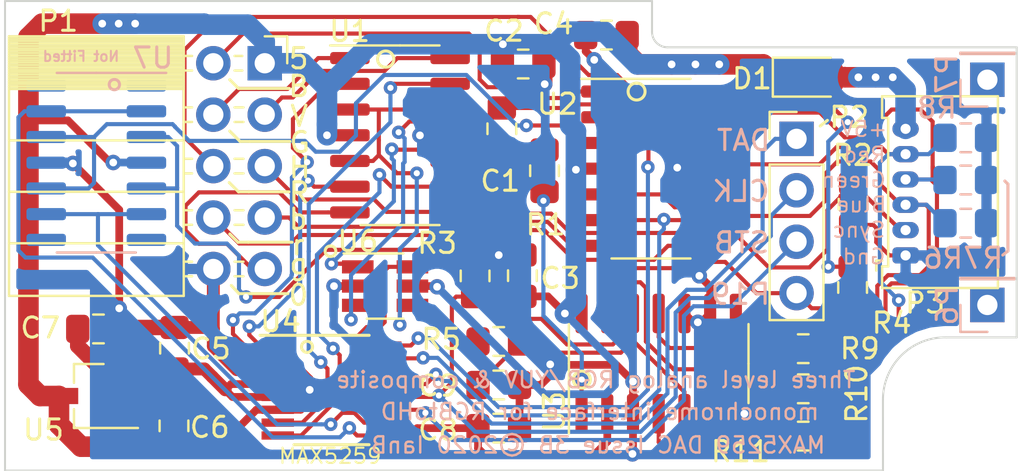
<source format=kicad_pcb>
(kicad_pcb (version 20171130) (host pcbnew "(5.1.4)-1")
  (layers (0 F.Cu signal) (31 B.Cu signal) (34 B.Paste user hide) (35 F.Paste user hide) (36 B.SilkS user) (37 F.SilkS user) (38 B.Mask user hide) (39 F.Mask user hide) (44 Edge.Cuts user))
  (net 0 "")
  (net 1 /GND)
  (net 2 /SYNC)
  (net 3 /BLUE)
  (net 4 /GREEN)
  (net 5 /RED)
  (net 6 /BRED)
  (net 7 /BGREEN)
  (net 8 /BBLUE)
  (net 9 /VSYNC)
  (net 10 /VANALOG)
  (net 11 /ASYNC)
  (net 12 /ARED)
  (net 13 /AGREEN)
  (net 14 /ABLUE)
  (net 15 "Net-(P6-Pad1)")
  (net 16 /REFSYNC)
  (net 17 /GPIO22_STB)
  (net 18 /GPIO0_DAT)
  (net 19 "Net-(P7-Pad1)")
  (net 20 /VCC)
  (net 21 /GPIO1_CLK)
  (net 22 /CLAMPLVL)
  (net 23 /CGREEN)
  (net 24 /CLAMP)
  (net 25 /REFGYSYNC)
  (net 26 /REFRBUVLO)
  (net 27 /REFRBUVHI)
  (net 28 /REFGYHI)
  (net 29 /REFGYLO)
  (net 30 "Net-(U4-Pad14)")
  (net 31 /VCC_IN)
  (net 32 /SPARE)
  (net 33 /TERM)
  (net 34 /VCLAMP)
  (net 35 /SGREEN)
  (net 36 "Net-(U7-Pad1)")
  (net 37 "Net-(U7-Pad7)")
  (net 38 "Net-(U7-Pad8)")
  (net 39 "Net-(U7-Pad14)")
  (net 40 "Net-(R9-Pad2)")
  (net 41 "Net-(R10-Pad2)")
  (net 42 "Net-(R11-Pad2)")
  (module Package_SO:SOIC-14_3.9x8.7mm_P1.27mm (layer F.Cu) (at 59.8102 49.20996 90)
    (fp_text reference U3 (at -2.3622 -5.1562 90) (layer F.SilkS))
    (fp_text value MAX4610)
    (pad 1 smd roundrect (at -2.475 -3.81 90) (size 1.95 0.6) (layers F.Cu F.Paste F.Mask) (net 34 /VCLAMP))
    (pad 2 smd roundrect (at -2.475 -2.54 90) (size 1.95 0.6) (layers F.Cu F.Paste F.Mask) (net 22 /CLAMPLVL))
    (pad 3 smd roundrect (at -2.475 -1.27 90) (size 1.95 0.6) (layers F.Cu F.Paste F.Mask) (net 1 /GND))
    (pad 4 smd roundrect (at -2.475 0 90) (size 1.95 0.6) (layers F.Cu F.Paste F.Mask) (net 42 "Net-(R11-Pad2)"))
    (pad 5 smd roundrect (at -2.475 1.27 90) (size 1.95 0.6) (layers F.Cu F.Paste F.Mask) (net 33 /TERM))
    (pad 6 smd roundrect (at -2.475 2.54 90) (size 1.95 0.6) (layers F.Cu F.Paste F.Mask) (net 33 /TERM))
    (pad 7 smd roundrect (at -2.475 3.81 90) (size 1.95 0.6) (layers F.Cu F.Paste F.Mask) (net 1 /GND))
    (pad 8 smd roundrect (at 2.475 3.81 90) (size 1.95 0.6) (layers F.Cu F.Paste F.Mask) (net 40 "Net-(R9-Pad2)"))
    (pad 9 smd roundrect (at 2.475 2.54 90) (size 1.95 0.6) (layers F.Cu F.Paste F.Mask) (net 1 /GND))
    (pad 10 smd roundrect (at 2.475 1.27 90) (size 1.95 0.6) (layers F.Cu F.Paste F.Mask) (net 1 /GND))
    (pad 11 smd roundrect (at 2.475 0 90) (size 1.95 0.6) (layers F.Cu F.Paste F.Mask) (net 41 "Net-(R10-Pad2)"))
    (pad 12 smd roundrect (at 2.475 -1.27 90) (size 1.95 0.6) (layers F.Cu F.Paste F.Mask) (net 33 /TERM))
    (pad 13 smd roundrect (at 2.475 -2.54 90) (size 1.95 0.6) (layers F.Cu F.Paste F.Mask) (net 24 /CLAMP))
    (pad 14 smd roundrect (at 2.475 -3.81 90) (size 1.95 0.6) (layers F.Cu F.Paste F.Mask) (net 20 /VCC))
  )
  (module Package_SO:SOIC-14_3.9x8.7mm_P1.27mm (layer F.Cu) (at 47.034 37.93236)
    (fp_text reference U1 (at -2.4892 -5.1308) (layer F.SilkS))
    (fp_text value MAX9108)
    (pad 1 smd roundrect (at -2.475 -3.81) (size 1.95 0.6) (layers F.Cu F.Paste F.Mask) (net 4 /GREEN))
    (pad 2 smd roundrect (at -2.475 -2.54) (size 1.95 0.6) (layers F.Cu F.Paste F.Mask) (net 28 /REFGYHI))
    (pad 3 smd roundrect (at -2.475 -1.27) (size 1.95 0.6) (layers F.Cu F.Paste F.Mask) (net 35 /SGREEN))
    (pad 4 smd roundrect (at -2.475 0) (size 1.95 0.6) (layers F.Cu F.Paste F.Mask) (net 20 /VCC))
    (pad 5 smd roundrect (at -2.475 1.27) (size 1.95 0.6) (layers F.Cu F.Paste F.Mask) (net 35 /SGREEN))
    (pad 6 smd roundrect (at -2.475 2.54) (size 1.95 0.6) (layers F.Cu F.Paste F.Mask) (net 29 /REFGYLO))
    (pad 7 smd roundrect (at -2.475 3.81) (size 1.95 0.6) (layers F.Cu F.Paste F.Mask) (net 7 /BGREEN))
    (pad 8 smd roundrect (at 2.475 3.81) (size 1.95 0.6) (layers F.Cu F.Paste F.Mask) (net 2 /SYNC))
    (pad 9 smd roundrect (at 2.475 2.54) (size 1.95 0.6) (layers F.Cu F.Paste F.Mask) (net 16 /REFSYNC))
    (pad 10 smd roundrect (at 2.475 1.27) (size 1.95 0.6) (layers F.Cu F.Paste F.Mask) (net 11 /ASYNC))
    (pad 11 smd roundrect (at 2.475 0) (size 1.95 0.6) (layers F.Cu F.Paste F.Mask) (net 1 /GND))
    (pad 12 smd roundrect (at 2.475 -1.27) (size 1.95 0.6) (layers F.Cu F.Paste F.Mask) (net 35 /SGREEN))
    (pad 13 smd roundrect (at 2.475 -2.54) (size 1.95 0.6) (layers F.Cu F.Paste F.Mask) (net 25 /REFGYSYNC))
    (pad 14 smd roundrect (at 2.475 -3.81) (size 1.95 0.6) (layers F.Cu F.Paste F.Mask) (net 9 /VSYNC))
  )
  (module Capacitor_SMD:C_0805_2012Metric_Pad1.15x1.40mm_HandSolder (layer F.Cu) (at 53.0792 44.86656 90)
    (fp_text reference C3 (at -0.12954 1.86436) (layer F.SilkS))
    (fp_text value 100n)
    (pad 2 smd roundrect (at 1.025 0 90) (size 1.15 1.4) (layers F.Cu F.Paste F.Mask) (roundrect_rratio 0.217391) (net 1 /GND))
    (pad 1 smd roundrect (at -1.025 0 90) (size 1.15 1.4) (layers F.Cu F.Paste F.Mask) (roundrect_rratio 0.217391) (net 20 /VCC))
  )
  (module Connector_PinHeader_2.54mm:PinHeader_1x04_P2.54mm_Vertical (layer F.Cu) (at 66.6174 38.11016)
    (fp_text reference P2 (at 2.6035 -1.0668) (layer F.SilkS))
    (fp_text value Conn_01x04)
    (pad 4 thru_hole oval (at 0 7.62) (size 1.7 1.7) (drill 1) (layers *.Cu *.Mask) (net 24 /CLAMP))
    (pad 3 thru_hole oval (at 0 5.08) (size 1.7 1.7) (drill 1) (layers *.Cu *.Mask) (net 17 /GPIO22_STB))
    (pad 2 thru_hole oval (at 0 2.54) (size 1.7 1.7) (drill 1) (layers *.Cu *.Mask) (net 21 /GPIO1_CLK))
    (pad 1 thru_hole rect (at 0 0) (size 1.7 1.7) (drill 1) (layers *.Cu *.Mask) (net 18 /GPIO0_DAT))
  )
  (module Package_SO:QSOP-16_3.9x4.9mm_P0.635mm (layer F.Cu) (at 43.65072 50.53838)
    (fp_text reference U4 (at -2.5146 -3.4036) (layer F.SilkS))
    (fp_text value MAX5259EEE+)
    (pad 1 smd rect (at -2.6543 -2.2225) (size 1.6 0.41) (layers F.Cu F.Paste F.Mask) (net 29 /REFGYLO))
    (pad 2 smd rect (at -2.6543 -1.5875) (size 1.6 0.41) (layers F.Cu F.Paste F.Mask) (net 28 /REFGYHI))
    (pad 3 smd rect (at -2.6543 -0.9525) (size 1.6 0.41) (layers F.Cu F.Paste F.Mask) (net 1 /GND))
    (pad 4 smd rect (at -2.6543 -0.3175) (size 1.6 0.41) (layers F.Cu F.Paste F.Mask) (net 10 /VANALOG))
    (pad 5 smd rect (at -2.6543 0.3175) (size 1.6 0.41) (layers F.Cu F.Paste F.Mask) (net 10 /VANALOG))
    (pad 6 smd rect (at -2.6543 0.9525) (size 1.6 0.41) (layers F.Cu F.Paste F.Mask) (net 1 /GND))
    (pad 7 smd rect (at -2.6543 1.5875) (size 1.6 0.41) (layers F.Cu F.Paste F.Mask) (net 25 /REFGYSYNC))
    (pad 8 smd rect (at -2.6543 2.2225) (size 1.6 0.41) (layers F.Cu F.Paste F.Mask) (net 16 /REFSYNC))
    (pad 9 smd rect (at 2.6543 2.2225) (size 1.6 0.41) (layers F.Cu F.Paste F.Mask) (net 22 /CLAMPLVL))
    (pad 10 smd rect (at 2.6543 1.5875) (size 1.6 0.41) (layers F.Cu F.Paste F.Mask) (net 32 /SPARE))
    (pad 11 smd rect (at 2.6543 0.9525) (size 1.6 0.41) (layers F.Cu F.Paste F.Mask) (net 17 /GPIO22_STB))
    (pad 12 smd rect (at 2.6543 0.3175) (size 1.6 0.41) (layers F.Cu F.Paste F.Mask) (net 21 /GPIO1_CLK))
    (pad 13 smd rect (at 2.6543 -0.3175) (size 1.6 0.41) (layers F.Cu F.Paste F.Mask) (net 18 /GPIO0_DAT))
    (pad 14 smd rect (at 2.6543 -0.9525) (size 1.6 0.41) (layers F.Cu F.Paste F.Mask) (net 30 "Net-(U4-Pad14)"))
    (pad 15 smd rect (at 2.6543 -1.5875) (size 1.6 0.41) (layers F.Cu F.Paste F.Mask) (net 26 /REFRBUVLO))
    (pad 16 smd rect (at 2.6543 -2.2225) (size 1.6 0.41) (layers F.Cu F.Paste F.Mask) (net 27 /REFRBUVHI))
  )
  (module Resistor_SMD:R_0805_2012Metric_Pad1.15x1.40mm_HandSolder (layer F.Cu) (at 69.386 45.45076 270)
    (fp_text reference R4 (at 1.7526 -1.9304) (layer F.SilkS))
    (fp_text value 1K)
    (pad 2 smd roundrect (at 1.025 0 270) (size 1.15 1.4) (layers F.Cu F.Paste F.Mask) (roundrect_rratio 0.217391) (net 24 /CLAMP))
    (pad 1 smd roundrect (at -1.025 0 270) (size 1.15 1.4) (layers F.Cu F.Paste F.Mask) (roundrect_rratio 0.217391) (net 20 /VCC))
  )
  (module Resistor_SMD:R_0805_2012Metric_Pad1.15x1.40mm_HandSolder (layer B.Cu) (at 74.974 42.27576)
    (fp_text reference R6 (at -1.1176 1.7272) (layer B.SilkS) (effects (justify mirror)))
    (fp_text value 10K)
    (pad 1 smd roundrect (at -1.025 0) (size 1.15 1.4) (layers B.Cu B.Paste B.Mask) (roundrect_rratio 0.217391) (net 14 /ABLUE))
    (pad 2 smd roundrect (at 1.025 0) (size 1.15 1.4) (layers B.Cu B.Paste B.Mask) (roundrect_rratio 0.217391) (net 1 /GND))
  )
  (module Resistor_SMD:R_0805_2012Metric_Pad1.15x1.40mm_HandSolder (layer B.Cu) (at 74.974 40.14216)
    (fp_text reference R7 (at 0.8636 3.8608) (layer B.SilkS) (effects (justify mirror)))
    (fp_text value 10K)
    (pad 2 smd roundrect (at 1.025 0) (size 1.15 1.4) (layers B.Cu B.Paste B.Mask) (roundrect_rratio 0.217391) (net 1 /GND))
    (pad 1 smd roundrect (at -1.025 0) (size 1.15 1.4) (layers B.Cu B.Paste B.Mask) (roundrect_rratio 0.217391) (net 13 /AGREEN))
  )
  (module Resistor_SMD:R_0805_2012Metric_Pad1.15x1.40mm_HandSolder (layer B.Cu) (at 74.974 38.05936)
    (fp_text reference R8 (at -1.4224 -1.4732) (layer B.SilkS) (effects (justify mirror)))
    (fp_text value 10K)
    (pad 1 smd roundrect (at -1.025 0) (size 1.15 1.4) (layers B.Cu B.Paste B.Mask) (roundrect_rratio 0.217391) (net 12 /ARED))
    (pad 2 smd roundrect (at 1.025 0) (size 1.15 1.4) (layers B.Cu B.Paste B.Mask) (roundrect_rratio 0.217391) (net 1 /GND))
  )
  (module Connector_PinHeader_2.54mm:PinHeader_1x01_P2.54mm_Vertical (layer B.Cu) (at 76.0408 35.18916)
    (fp_text reference P7 (at -2.0066 -0.2794 90) (layer B.SilkS) (effects (justify mirror)))
    (fp_text value Conn_01x01)
    (pad 1 thru_hole rect (at 0 0) (size 1.7 1.7) (drill 1) (layers *.Cu *.Mask) (net 19 "Net-(P7-Pad1)"))
  )
  (module Connector_PinSocket_2.54mm:PinSocket_2x05_P2.54mm_Horizontal (layer F.Cu) (at 40.3538 34.37636)
    (fp_text reference P1 (at -10.1981 -2.0828) (layer F.SilkS))
    (fp_text value Conn_02x05_Odd_Even)
    (pad 1 thru_hole rect (at 0 0) (size 1.7 1.7) (drill 1) (layers *.Cu *.Mask) (net 20 /VCC))
    (pad 2 thru_hole oval (at -2.54 0) (size 1.7 1.7) (drill 1) (layers *.Cu *.Mask) (net 3 /BLUE))
    (pad 3 thru_hole oval (at 0 2.54) (size 1.7 1.7) (drill 1) (layers *.Cu *.Mask) (net 9 /VSYNC))
    (pad 4 thru_hole oval (at -2.54 2.54) (size 1.7 1.7) (drill 1) (layers *.Cu *.Mask) (net 4 /GREEN))
    (pad 5 thru_hole oval (at 0 5.08) (size 1.7 1.7) (drill 1) (layers *.Cu *.Mask) (net 2 /SYNC))
    (pad 6 thru_hole oval (at -2.54 5.08) (size 1.7 1.7) (drill 1) (layers *.Cu *.Mask) (net 5 /RED))
    (pad 7 thru_hole oval (at 0 7.62) (size 1.7 1.7) (drill 1) (layers *.Cu *.Mask) (net 8 /BBLUE))
    (pad 8 thru_hole oval (at -2.54 7.62) (size 1.7 1.7) (drill 1) (layers *.Cu *.Mask) (net 6 /BRED))
    (pad 9 thru_hole oval (at 0 10.16) (size 1.7 1.7) (drill 1) (layers *.Cu *.Mask) (net 7 /BGREEN))
    (pad 10 thru_hole oval (at -2.54 10.16) (size 1.7 1.7) (drill 1) (layers *.Cu *.Mask) (net 1 /GND))
  )
  (module Capacitor_SMD:C_0805_2012Metric_Pad1.15x1.40mm_HandSolder (layer F.Cu) (at 57.22956 32.98444 180)
    (fp_text reference C4 (at 2.60858 0.5588) (layer F.SilkS))
    (fp_text value 100n)
    (pad 2 smd roundrect (at 1.025 0 180) (size 1.15 1.4) (layers F.Cu F.Paste F.Mask) (roundrect_rratio 0.217391) (net 1 /GND))
    (pad 1 smd roundrect (at -1.025 0 180) (size 1.15 1.4) (layers F.Cu F.Paste F.Mask) (roundrect_rratio 0.217391) (net 20 /VCC))
  )
  (module Capacitor_SMD:C_0805_2012Metric_Pad1.15x1.40mm_HandSolder (layer F.Cu) (at 32.14198 47.498)
    (fp_text reference C7 (at -2.87274 -0.0508) (layer F.SilkS))
    (fp_text value 10uF)
    (pad 1 smd roundrect (at -1.025 0) (size 1.15 1.4) (layers F.Cu F.Paste F.Mask) (roundrect_rratio 0.217391) (net 10 /VANALOG))
    (pad 2 smd roundrect (at 1.025 0) (size 1.15 1.4) (layers F.Cu F.Paste F.Mask) (roundrect_rratio 0.217391) (net 1 /GND))
  )
  (module Connector_PinHeader_2.54mm:PinHeader_1x01_P2.54mm_Vertical (layer B.Cu) (at 76.0408 46.31436)
    (fp_text reference P6 (at -1.9812 0.0254 90) (layer B.SilkS) (effects (justify mirror)))
    (fp_text value Conn_01x01)
    (pad 1 thru_hole rect (at 0 0) (size 1.7 1.7) (drill 1) (layers *.Cu *.Mask) (net 15 "Net-(P6-Pad1)"))
  )
  (module Capacitor_SMD:C_0805_2012Metric_Pad1.15x1.40mm_HandSolder (layer F.Cu) (at 35.8707 52.28336 90)
    (fp_text reference C6 (at -0.07366 1.7653) (layer F.SilkS))
    (fp_text value 10uF)
    (pad 2 smd roundrect (at 1.025 0 90) (size 1.15 1.4) (layers F.Cu F.Paste F.Mask) (roundrect_rratio 0.217391) (net 1 /GND))
    (pad 1 smd roundrect (at -1.025 0 90) (size 1.15 1.4) (layers F.Cu F.Paste F.Mask) (roundrect_rratio 0.217391) (net 20 /VCC))
  )
  (module Package_TO_SOT_SMD:SOT-23_Handsoldering (layer F.Cu) (at 31.6924 50.81016 180)
    (fp_text reference U5 (at 2.26568 -1.6764) (layer F.SilkS))
    (fp_text value MCP1754S-3302xCB)
    (pad 1 smd rect (at -1.5 -0.95 180) (size 1.9 0.8) (layers F.Cu F.Paste F.Mask) (net 1 /GND))
    (pad 2 smd rect (at -1.5 0.95 180) (size 1.9 0.8) (layers F.Cu F.Paste F.Mask) (net 10 /VANALOG))
    (pad 3 smd rect (at 1.5 0 180) (size 1.9 0.8) (layers F.Cu F.Paste F.Mask) (net 20 /VCC))
  )
  (module Capacitor_SMD:C_0805_2012Metric_Pad1.15x1.40mm_HandSolder (layer F.Cu) (at 51.9108 52.39766)
    (fp_text reference C8 (at -2.9972 0.0889) (layer F.SilkS))
    (fp_text value 10uF)
    (pad 2 smd roundrect (at 1.025 0) (size 1.15 1.4) (layers F.Cu F.Paste F.Mask) (roundrect_rratio 0.217391) (net 1 /GND))
    (pad 1 smd roundrect (at -1.025 0) (size 1.15 1.4) (layers F.Cu F.Paste F.Mask) (roundrect_rratio 0.217391) (net 22 /CLAMPLVL))
  )
  (module Capacitor_SMD:C_0805_2012Metric_Pad1.15x1.40mm_HandSolder (layer F.Cu) (at 52.0632 37.61116 270)
    (fp_text reference C1 (at 2.5818 0.0762) (layer F.SilkS))
    (fp_text value 100n)
    (pad 1 smd roundrect (at -1.025 0 270) (size 1.15 1.4) (layers F.Cu F.Paste F.Mask) (roundrect_rratio 0.217391) (net 13 /AGREEN))
    (pad 2 smd roundrect (at 1.025 0 270) (size 1.15 1.4) (layers F.Cu F.Paste F.Mask) (roundrect_rratio 0.217391) (net 23 /CGREEN))
  )
  (module Capacitor_SMD:C_0805_2012Metric_Pad1.15x1.40mm_HandSolder (layer F.Cu) (at 35.89864 48.4505 90)
    (fp_text reference C5 (at -0.03048 1.79578) (layer F.SilkS))
    (fp_text value 100n)
    (pad 1 smd roundrect (at -1.025 0 90) (size 1.15 1.4) (layers F.Cu F.Paste F.Mask) (roundrect_rratio 0.217391) (net 10 /VANALOG))
    (pad 2 smd roundrect (at 1.025 0 90) (size 1.15 1.4) (layers F.Cu F.Paste F.Mask) (roundrect_rratio 0.217391) (net 1 /GND))
  )
  (module Resistor_SMD:R_0805_2012Metric_Pad1.15x1.40mm_HandSolder (layer F.Cu) (at 69.4114 41.33596 270)
    (fp_text reference R2 (at -2.413 0.0254) (layer F.SilkS))
    (fp_text value 1K)
    (pad 1 smd roundrect (at -1.025 0 270) (size 1.15 1.4) (layers F.Cu F.Paste F.Mask) (roundrect_rratio 0.217391) (net 11 /ASYNC))
    (pad 2 smd roundrect (at 1.025 0 270) (size 1.15 1.4) (layers F.Cu F.Paste F.Mask) (roundrect_rratio 0.217391) (net 1 /GND))
  )
  (module Capacitor_SMD:C_0805_2012Metric_Pad1.15x1.40mm_HandSolder (layer F.Cu) (at 53.1173 34.41446)
    (fp_text reference C2 (at -0.94996 -1.63068) (layer F.SilkS))
    (fp_text value 100n)
    (pad 1 smd roundrect (at -1.025 0) (size 1.15 1.4) (layers F.Cu F.Paste F.Mask) (roundrect_rratio 0.217391) (net 20 /VCC))
    (pad 2 smd roundrect (at 1.025 0) (size 1.15 1.4) (layers F.Cu F.Paste F.Mask) (roundrect_rratio 0.217391) (net 1 /GND))
  )
  (module Resistor_SMD:R_0805_2012Metric_Pad1.15x1.40mm_HandSolder (layer F.Cu) (at 54.1714 39.68496 270)
    (fp_text reference R1 (at 2.667 -0.0508) (layer F.SilkS))
    (fp_text value 75R)
    (pad 1 smd roundrect (at -1.025 0 270) (size 1.15 1.4) (layers F.Cu F.Paste F.Mask) (roundrect_rratio 0.217391) (net 23 /CGREEN))
    (pad 2 smd roundrect (at 1.025 0 270) (size 1.15 1.4) (layers F.Cu F.Paste F.Mask) (roundrect_rratio 0.217391) (net 34 /VCLAMP))
  )
  (module Package_SO:SOIC-14_3.9x8.7mm_P1.27mm (layer F.Cu) (at 59.4292 39.58336)
    (fp_text reference U2 (at -4.62788 -3.19024) (layer F.SilkS))
    (fp_text value MAX9108)
    (pad 1 smd roundrect (at -2.475 -3.81) (size 1.95 0.6) (layers F.Cu F.Paste F.Mask) (net 3 /BLUE))
    (pad 2 smd roundrect (at -2.475 -2.54) (size 1.95 0.6) (layers F.Cu F.Paste F.Mask) (net 27 /REFRBUVHI))
    (pad 3 smd roundrect (at -2.475 -1.27) (size 1.95 0.6) (layers F.Cu F.Paste F.Mask) (net 14 /ABLUE))
    (pad 4 smd roundrect (at -2.475 0) (size 1.95 0.6) (layers F.Cu F.Paste F.Mask) (net 20 /VCC))
    (pad 5 smd roundrect (at -2.475 1.27) (size 1.95 0.6) (layers F.Cu F.Paste F.Mask) (net 14 /ABLUE))
    (pad 6 smd roundrect (at -2.475 2.54) (size 1.95 0.6) (layers F.Cu F.Paste F.Mask) (net 26 /REFRBUVLO))
    (pad 7 smd roundrect (at -2.475 3.81) (size 1.95 0.6) (layers F.Cu F.Paste F.Mask) (net 8 /BBLUE))
    (pad 8 smd roundrect (at 2.475 3.81) (size 1.95 0.6) (layers F.Cu F.Paste F.Mask) (net 6 /BRED))
    (pad 9 smd roundrect (at 2.475 2.54) (size 1.95 0.6) (layers F.Cu F.Paste F.Mask) (net 26 /REFRBUVLO))
    (pad 10 smd roundrect (at 2.475 1.27) (size 1.95 0.6) (layers F.Cu F.Paste F.Mask) (net 12 /ARED))
    (pad 11 smd roundrect (at 2.475 0) (size 1.95 0.6) (layers F.Cu F.Paste F.Mask) (net 1 /GND))
    (pad 12 smd roundrect (at 2.475 -1.27) (size 1.95 0.6) (layers F.Cu F.Paste F.Mask) (net 12 /ARED))
    (pad 13 smd roundrect (at 2.475 -2.54) (size 1.95 0.6) (layers F.Cu F.Paste F.Mask) (net 27 /REFRBUVHI))
    (pad 14 smd roundrect (at 2.475 -3.81) (size 1.95 0.6) (layers F.Cu F.Paste F.Mask) (net 5 /RED))
  )
  (module Connector_Molex:Molex_PicoBlade_53048-0610_1x06_P1.25mm_Horizontal (layer F.Cu) (at 72.0022 43.86676 90)
    (fp_text reference P3 (at -2.346 0.9652) (layer F.SilkS))
    (fp_text value Conn_01x06)
    (pad 1 thru_hole roundrect (at 0 0 90) (size 0.8 1.3) (drill 0.5) (layers *.Cu *.Mask) (net 1 /GND))
    (pad 2 thru_hole oval (at 1.25 0 90) (size 0.8 1.3) (drill 0.5) (layers *.Cu *.Mask) (net 11 /ASYNC))
    (pad 3 thru_hole oval (at 2.5 0 90) (size 0.8 1.3) (drill 0.5) (layers *.Cu *.Mask) (net 14 /ABLUE))
    (pad 4 thru_hole oval (at 3.75 0 90) (size 0.8 1.3) (drill 0.5) (layers *.Cu *.Mask) (net 13 /AGREEN))
    (pad 5 thru_hole oval (at 5 0 90) (size 0.8 1.3) (drill 0.5) (layers *.Cu *.Mask) (net 12 /ARED))
    (pad 6 thru_hole oval (at 6.25 0 90) (size 0.8 1.3) (drill 0.5) (layers *.Cu *.Mask) (net 31 /VCC_IN))
  )
  (module Capacitor_SMD:C_0805_2012Metric_Pad1.15x1.40mm_HandSolder (layer F.Cu) (at 51.9108 50.2666)
    (fp_text reference C9 (at -2.9972 0.04826 180) (layer F.SilkS))
    (fp_text value 10uF)
    (pad 2 smd roundrect (at 1.025 0) (size 1.15 1.4) (layers F.Cu F.Paste F.Mask) (roundrect_rratio 0.217391) (net 1 /GND))
    (pad 1 smd roundrect (at -1.025 0) (size 1.15 1.4) (layers F.Cu F.Paste F.Mask) (roundrect_rratio 0.217391) (net 33 /TERM))
  )
  (module Diode_SMD:D_0805_2012Metric_Pad1.15x1.40mm_HandSolder (layer F.Cu) (at 67.30574 35.0647)
    (fp_text reference D1 (at -2.89052 0.07366) (layer F.SilkS))
    (fp_text value D_Schottky)
    (pad 1 smd roundrect (at -1.025 0) (size 1.15 1.4) (layers F.Cu F.Paste F.Mask) (roundrect_rratio 0.217391) (net 20 /VCC))
    (pad 2 smd roundrect (at 1.025 0) (size 1.15 1.4) (layers F.Cu F.Paste F.Mask) (roundrect_rratio 0.217391) (net 31 /VCC_IN))
  )
  (module Resistor_SMD:R_0805_2012Metric_Pad1.15x1.40mm_HandSolder (layer F.Cu) (at 51.9108 48.11776 180)
    (fp_text reference R5 (at 2.83972 0.10922) (layer F.SilkS))
    (fp_text value 10K)
    (pad 1 smd roundrect (at -1.025 0 180) (size 1.15 1.4) (layers F.Cu F.Paste F.Mask) (roundrect_rratio 0.217391) (net 33 /TERM))
    (pad 2 smd roundrect (at 1.025 0 180) (size 1.15 1.4) (layers F.Cu F.Paste F.Mask) (roundrect_rratio 0.217391) (net 21 /GPIO1_CLK))
  )
  (module Resistor_SMD:R_0805_2012Metric_Pad1.15x1.40mm_HandSolder (layer F.Cu) (at 50.7424 44.87672 90)
    (fp_text reference R3 (at 1.6129 -1.87452) (layer F.SilkS))
    (fp_text value 1K)
    (pad 2 smd roundrect (at 1.025 0 90) (size 1.15 1.4) (layers F.Cu F.Paste F.Mask) (roundrect_rratio 0.217391) (net 1 /GND))
    (pad 1 smd roundrect (at -1.025 0 90) (size 1.15 1.4) (layers F.Cu F.Paste F.Mask) (roundrect_rratio 0.217391) (net 21 /GPIO1_CLK))
  )
  (module Package_TO_SOT_SMD:SOT-23-6_Handsoldering (layer F.Cu) (at 46.2974 45.38218)
    (fp_text reference U6 (at -1.3462 -2.21488) (layer F.SilkS))
    (fp_text value TS5A3159ADBVR)
    (pad 1 smd rect (at -1.35 -0.95) (size 1.56 0.65) (layers F.Cu F.Paste F.Mask) (net 23 /CGREEN))
    (pad 2 smd rect (at -1.35 0) (size 1.56 0.65) (layers F.Cu F.Paste F.Mask) (net 1 /GND))
    (pad 3 smd rect (at -1.35 0.95) (size 1.56 0.65) (layers F.Cu F.Paste F.Mask) (net 13 /AGREEN))
    (pad 4 smd rect (at 1.35 0.95) (size 1.56 0.65) (layers F.Cu F.Paste F.Mask) (net 35 /SGREEN))
    (pad 6 smd rect (at 1.35 -0.95) (size 1.56 0.65) (layers F.Cu F.Paste F.Mask) (net 18 /GPIO0_DAT))
    (pad 5 smd rect (at 1.35 0) (size 1.56 0.65) (layers F.Cu F.Paste F.Mask) (net 20 /VCC))
  )
  (module Package_SO:SOIC-14_3.9x8.7mm_P1.27mm (layer B.Cu) (at 32.0353 39.28872 180)
    (fp_text reference U7 (at -2.794 5.17144) (layer B.SilkS) (effects (justify mirror)))
    (fp_text value MAX9108-Comparator)
    (pad 1 smd roundrect (at -2.475 3.81 180) (size 1.95 0.6) (layers B.Cu B.Paste B.Mask) (net 36 "Net-(U7-Pad1)"))
    (pad 2 smd roundrect (at -2.475 2.54 180) (size 1.95 0.6) (layers B.Cu B.Paste B.Mask) (net 22 /CLAMPLVL))
    (pad 3 smd roundrect (at -2.475 1.27 180) (size 1.95 0.6) (layers B.Cu B.Paste B.Mask) (net 12 /ARED))
    (pad 4 smd roundrect (at -2.475 0 180) (size 1.95 0.6) (layers B.Cu B.Paste B.Mask) (net 20 /VCC))
    (pad 5 smd roundrect (at -2.475 -1.27 180) (size 1.95 0.6) (layers B.Cu B.Paste B.Mask) (net 12 /ARED))
    (pad 6 smd roundrect (at -2.475 -2.54 180) (size 1.95 0.6) (layers B.Cu B.Paste B.Mask) (net 32 /SPARE))
    (pad 7 smd roundrect (at -2.475 -3.81 180) (size 1.95 0.6) (layers B.Cu B.Paste B.Mask) (net 37 "Net-(U7-Pad7)"))
    (pad 8 smd roundrect (at 2.475 -3.81 180) (size 1.95 0.6) (layers B.Cu B.Paste B.Mask) (net 38 "Net-(U7-Pad8)"))
    (pad 9 smd roundrect (at 2.475 -2.54 180) (size 1.95 0.6) (layers B.Cu B.Paste B.Mask) (net 32 /SPARE))
    (pad 10 smd roundrect (at 2.475 -1.27 180) (size 1.95 0.6) (layers B.Cu B.Paste B.Mask) (net 14 /ABLUE))
    (pad 11 smd roundrect (at 2.475 0 180) (size 1.95 0.6) (layers B.Cu B.Paste B.Mask) (net 1 /GND))
    (pad 12 smd roundrect (at 2.475 1.27 180) (size 1.95 0.6) (layers B.Cu B.Paste B.Mask) (net 14 /ABLUE))
    (pad 13 smd roundrect (at 2.475 2.54 180) (size 1.95 0.6) (layers B.Cu B.Paste B.Mask) (net 22 /CLAMPLVL))
    (pad 14 smd roundrect (at 2.475 3.81 180) (size 1.95 0.6) (layers B.Cu B.Paste B.Mask) (net 39 "Net-(U7-Pad14)"))
  )
  (module Resistor_SMD:R_0805_2012Metric_Pad1.15x1.40mm_HandSolder (layer F.Cu) (at 66.9476 48.47336 180)
    (fp_text reference R9 (at -2.794 0) (layer F.SilkS))
    (fp_text value 68R)
    (pad 1 smd roundrect (at -1.025 0 180) (size 1.15 1.4) (layers F.Cu F.Paste F.Mask) (roundrect_rratio 0.217391) (net 14 /ABLUE))
    (pad 2 smd roundrect (at 1.025 0 180) (size 1.15 1.4) (layers F.Cu F.Paste F.Mask) (roundrect_rratio 0.217391) (net 40 "Net-(R9-Pad2)"))
  )
  (module Resistor_SMD:R_0805_2012Metric_Pad1.15x1.40mm_HandSolder (layer F.Cu) (at 66.9476 50.45456 180)
    (fp_text reference R10 (at -2.6416 -0.254 270) (layer F.SilkS))
    (fp_text value 68R)
    (pad 2 smd roundrect (at 1.025 0 180) (size 1.15 1.4) (layers F.Cu F.Paste F.Mask) (roundrect_rratio 0.217391) (net 41 "Net-(R10-Pad2)"))
    (pad 1 smd roundrect (at -1.025 0 180) (size 1.15 1.4) (layers F.Cu F.Paste F.Mask) (roundrect_rratio 0.217391) (net 13 /AGREEN))
  )
  (module Resistor_SMD:R_0805_2012Metric_Pad1.15x1.40mm_HandSolder (layer F.Cu) (at 66.9476 52.79136 180)
    (fp_text reference R11 (at 3.0988 -0.762) (layer F.SilkS))
    (fp_text value 68R)
    (pad 1 smd roundrect (at -1.025 0 180) (size 1.15 1.4) (layers F.Cu F.Paste F.Mask) (roundrect_rratio 0.217391) (net 12 /ARED))
    (pad 2 smd roundrect (at 1.025 0 180) (size 1.15 1.4) (layers F.Cu F.Paste F.Mask) (roundrect_rratio 0.217391) (net 42 "Net-(R11-Pad2)"))
  )
  (gr_line (start 77.0568 40.34536) (end 76.9044 40.19296) (layer B.SilkS) (width 0.15))
  (gr_line (start 77.0568 43.64736) (end 77.0568 40.34536) (layer B.SilkS) (width 0.15))
  (gr_line (start 77.0568 43.64736) (end 76.8028 43.85056) (layer B.SilkS) (width 0.15))
  (gr_text "Not Fitted\n" (at 31.27838 34.036) (layer B.SilkS) (effects (font (size 0.5 0.5) (thickness 0.1)) (justify mirror)))
  (gr_circle (center 32.92684 35.43046) (end 32.68046 35.49904) (layer B.SilkS) (width 0.15))
  (gr_circle (center 43.59992 43.659007) (end 43.73454 43.885067) (layer F.SilkS) (width 0.15))
  (gr_text MAX5259 (at 43.58722 53.7718) (layer F.SilkS) (effects (font (size 0.75 0.75) (thickness 0.1))))
  (gr_text +5V (at 69.9448 37.62756) (layer B.SilkS) (effects (font (size 0.75 0.75) (thickness 0.1)) (justify mirror)))
  (gr_line (start 39.0838 45.75556) (end 41.4968 45.75556) (layer F.SilkS) (width 0.15))
  (gr_line (start 38.7028 45.34916) (end 39.0838 45.75556) (layer F.SilkS) (width 0.15))
  (gr_text "monochrome interface for RGBtoHD" (at 56.9019 51.58486) (layer B.SilkS) (effects (font (size 0.8 0.8) (thickness 0.12)) (justify mirror)))
  (gr_circle (center 56.0129 49.9999) (end 56.4193 49.8983) (layer F.SilkS) (width 0.15))
  (gr_line (start 70.8846 54.49316) (end 27.5268 54.49316) (layer Edge.Cuts) (width 0.1))
  (gr_line (start 60.242 33.58896) (end 77.4886 33.58896) (layer Edge.Cuts) (width 0.1))
  (gr_line (start 59.48 31.30296) (end 59.48 32.82696) (layer Edge.Cuts) (width 0.1))
  (gr_arc (start 60.242 32.82696) (end 59.48 32.82696) (angle -90) (layer Edge.Cuts) (width 0.1))
  (gr_line (start 39.541 43.21556) (end 41.7 43.21556) (layer F.SilkS) (width 0.15))
  (gr_line (start 39.6172 38.23716) (end 41.5984 38.23716) (layer F.SilkS) (width 0.15))
  (gr_line (start 39.5664 40.72636) (end 41.5476 40.72636) (layer F.SilkS) (width 0.15))
  (gr_line (start 39.0584 35.62096) (end 41.573 35.62096) (layer F.SilkS) (width 0.15))
  (gr_line (start 38.6266 35.18916) (end 39.0584 35.62096) (layer F.SilkS) (width 0.15))
  (gr_line (start 39.033 43.21556) (end 38.6266 42.80916) (layer F.SilkS) (width 0.15))
  (gr_line (start 39.541 43.21556) (end 39.033 43.21556) (layer F.SilkS) (width 0.15))
  (gr_line (start 39.0584 40.72636) (end 38.6012 40.26916) (layer F.SilkS) (width 0.15))
  (gr_line (start 39.5664 40.72636) (end 39.0584 40.72636) (layer F.SilkS) (width 0.15))
  (gr_line (start 39.1346 38.23716) (end 38.6266 37.72916) (layer F.SilkS) (width 0.15))
  (gr_line (start 39.6172 38.23716) (end 39.1346 38.23716) (layer F.SilkS) (width 0.15))
  (gr_line (start 27.5268 31.30296) (end 59.48 31.30296) (layer Edge.Cuts) (width 0.1))
  (gr_text "Three level analog RGB/YUV & composite" (at 56.6987 50.01006) (layer B.SilkS) (effects (font (size 0.8 0.8) (thickness 0.12)) (justify mirror)))
  (gr_line (start 67.7858 37.47516) (end 68.1414 37.19576) (layer F.SilkS) (width 0.15))
  (gr_circle (center 42.44168 48.38192) (end 42.69568 48.48352) (layer F.SilkS) (width 0.15))
  (gr_text P19 (at 63.8488 45.78096) (layer B.SilkS) (effects (font (size 1 1)) (justify mirror)))
  (gr_text "MAX5259 DAC Issue 3B ©2020 IanB" (at 56.813 53.23586) (layer B.SilkS) (effects (font (size 0.8 0.8) (thickness 0.12)) (justify mirror)))
  (gr_text r (at 42.0048 43.34256) (layer F.SilkS) (effects (font (size 1 1))))
  (gr_text R (at 42.0556 40.77716) (layer F.SilkS) (effects (font (size 1 1))))
  (gr_text G (at 42.081 38.28796) (layer F.SilkS) (effects (font (size 1 1))))
  (gr_text Gnd (at 69.9448 43.92676) (layer B.SilkS) (effects (font (size 0.75 0.75) (thickness 0.1)) (justify mirror)))
  (gr_text Sync (at 69.6908 42.60596) (layer B.SilkS) (effects (font (size 0.75 0.75) (thickness 0.1)) (justify mirror)))
  (gr_text Red (at 69.9702 38.89756) (layer B.SilkS) (effects (font (size 0.75 0.75) (thickness 0.1)) (justify mirror)))
  (gr_text Green (at 69.4368 40.14216) (layer B.SilkS) (effects (font (size 0.75 0.75) (thickness 0.1)) (justify mirror)))
  (gr_text Blue (at 69.8178 41.36136) (layer B.SilkS) (effects (font (size 0.75 0.75) (thickness 0.1)) (justify mirror)))
  (gr_text STB (at 63.8996 43.24096) (layer B.SilkS) (effects (font (size 1 1)) (justify mirror)))
  (gr_text CLK (at 63.8742 40.70096) (layer B.SilkS) (effects (font (size 1 1)) (justify mirror)))
  (gr_text DAT (at 64.0012 38.18636) (layer B.SilkS) (effects (font (size 1 1)) (justify mirror)))
  (gr_circle (center 58.718 35.77336) (end 58.8196 36.17976) (layer F.SilkS) (width 0.15))
  (gr_circle (center 46.327591 34.17316) (end 46.657791 34.40176) (layer F.SilkS) (width 0.15))
  (gr_line (start 27.5268 31.30296) (end 27.5268 54.49316) (layer Edge.Cuts) (width 0.1))
  (gr_line (start 70.884181 50.987961) (end 70.8846 54.49316) (layer Edge.Cuts) (width 0.1))
  (gr_line (start 77.4886 47.91456) (end 77.4886 33.58896) (layer Edge.Cuts) (width 0.1))
  (gr_arc (start 73.958 50.98796) (end 74.008799 47.914561) (angle -90.94695145) (layer Edge.Cuts) (width 0.1))
  (gr_line (start 74.0088 47.91456) (end 77.4886 47.91456) (layer Edge.Cuts) (width 0.1))
  (gr_text 0 (at 42.0175 45.83176) (layer F.SilkS) (effects (font (size 1 1))))
  (gr_text B (at 42.0302 35.51936) (layer F.SilkS) (effects (font (size 1 1))))
  (gr_text g (at 42.0302 44.28236) (layer F.SilkS) (effects (font (size 1 1))))
  (gr_text b (at 42.0048 42.07256) (layer F.SilkS) (effects (font (size 1 1))))
  (gr_text H (at 42.081 39.53256) (layer F.SilkS) (effects (font (size 1 1))))
  (gr_text V (at 42.0556 36.99256) (layer F.SilkS) (effects (font (size 1 1))))
  (gr_text 5 (at 42.0302 34.14776) (layer F.SilkS) (effects (font (size 1 1))))
  (segment (start 62.3502 47.38116) (end 62.3248 47.40656) (width 0.2032) (layer F.Cu) (net 1))
  (segment (start 62.3502 46.73496) (end 62.3502 47.38116) (width 0.2032) (layer F.Cu) (net 1))
  (via (at 60.7246 39.53256) (size 0.762) (drill 0.381) (layers F.Cu B.Cu) (net 1))
  (segment (start 60.7246 39.55796) (end 60.7246 39.53256) (width 0.2032) (layer B.Cu) (net 1))
  (segment (start 61.8534 39.53256) (end 61.9042 39.58336) (width 0.2032) (layer F.Cu) (net 1))
  (segment (start 60.7246 39.53256) (end 61.8534 39.53256) (width 0.2032) (layer F.Cu) (net 1))
  (segment (start 71.2056 43.86676) (end 72.0022 43.86676) (width 0.2032) (layer F.Cu) (net 1))
  (segment (start 70.5544 43.21556) (end 71.2056 43.86676) (width 0.2032) (layer F.Cu) (net 1))
  (segment (start 70.5544 42.50436) (end 70.5544 43.21556) (width 0.2032) (layer F.Cu) (net 1))
  (segment (start 69.4114 42.36096) (end 70.411 42.36096) (width 0.2032) (layer F.Cu) (net 1))
  (segment (start 70.411 42.36096) (end 70.5544 42.50436) (width 0.2032) (layer F.Cu) (net 1))
  (via (at 54.1804 35.408758) (size 0.762) (drill 0.381) (layers F.Cu B.Cu) (net 1))
  (segment (start 54.1804 34.45256) (end 54.1423 34.41446) (width 0.762) (layer F.Cu) (net 1))
  (segment (start 54.1804 35.408758) (end 54.1804 34.45256) (width 0.762) (layer F.Cu) (net 1))
  (segment (start 61.893 51.67376) (end 61.8818 51.68496) (width 0.381) (layer B.Cu) (net 1))
  (segment (start 35.8109 51.31816) (end 35.8707 51.25836) (width 0.635) (layer F.Cu) (net 1))
  (segment (start 34.7023 51.31816) (end 35.8109 51.31816) (width 0.635) (layer F.Cu) (net 1))
  (segment (start 33.1924 51.76016) (end 34.2603 51.76016) (width 0.635) (layer F.Cu) (net 1))
  (segment (start 34.2603 51.76016) (end 34.7023 51.31816) (width 0.635) (layer F.Cu) (net 1))
  (segment (start 35.8707 51.25836) (end 35.9506 51.25836) (width 0.635) (layer F.Cu) (net 1))
  (segment (start 37.89 44.61256) (end 37.8138 44.53636) (width 0.381) (layer B.Cu) (net 1))
  (segment (start 35.79566 47.52848) (end 35.89864 47.4255) (width 0.635) (layer F.Cu) (net 1))
  (segment (start 37.8138 46.51502) (end 37.8138 44.53636) (width 0.635) (layer F.Cu) (net 1))
  (via (at 42.57375 50.50536) (size 0.762) (drill 0.381) (layers F.Cu B.Cu) (net 1))
  (segment (start 42.17742 49.58588) (end 40.99642 49.58588) (width 0.381) (layer F.Cu) (net 1))
  (segment (start 35.8707 51.25836) (end 36.29858 51.25836) (width 0.635) (layer F.Cu) (net 1))
  (segment (start 37.5942 52.55398) (end 38.40308 52.55398) (width 0.635) (layer F.Cu) (net 1))
  (segment (start 36.29858 51.25836) (end 37.5942 52.55398) (width 0.635) (layer F.Cu) (net 1))
  (segment (start 38.87414 52.55398) (end 38.40308 52.55398) (width 0.381) (layer F.Cu) (net 1))
  (segment (start 40.99642 51.49088) (end 39.93724 51.49088) (width 0.381) (layer F.Cu) (net 1))
  (segment (start 39.93724 51.49088) (end 38.87414 52.55398) (width 0.381) (layer F.Cu) (net 1))
  (segment (start 61.8168 40.62476) (end 61.8168 44.335375) (width 0.381) (layer B.Cu) (net 1))
  (via (at 61.8168 44.87419) (size 0.762) (drill 0.381) (layers F.Cu B.Cu) (net 1))
  (segment (start 62.3502 46.73496) (end 62.3502 45.40759) (width 0.381) (layer F.Cu) (net 1))
  (segment (start 62.197799 45.255189) (end 61.8168 44.87419) (width 0.381) (layer F.Cu) (net 1))
  (segment (start 62.3502 45.40759) (end 62.197799 45.255189) (width 0.381) (layer F.Cu) (net 1))
  (segment (start 61.8168 44.335375) (end 61.8168 44.87419) (width 0.381) (layer B.Cu) (net 1))
  (segment (start 60.7246 39.53256) (end 61.8168 40.62476) (width 0.381) (layer B.Cu) (net 1))
  (segment (start 62.3502 46.73496) (end 61.72282 47.36234) (width 0.381) (layer F.Cu) (net 1))
  (segment (start 61.0802 46.73496) (end 61.72282 47.37758) (width 0.381) (layer F.Cu) (net 1))
  (via (at 61.740654 47.17034) (size 0.762) (drill 0.381) (layers F.Cu B.Cu) (net 1))
  (segment (start 61.740654 51.521414) (end 61.740654 47.709155) (width 0.381) (layer B.Cu) (net 1))
  (segment (start 61.740654 47.709155) (end 61.740654 47.17034) (width 0.381) (layer B.Cu) (net 1))
  (segment (start 61.893 51.67376) (end 61.740654 51.521414) (width 0.381) (layer B.Cu) (net 1))
  (segment (start 58.5402 50.09642) (end 58.5402 51.68496) (width 0.381) (layer F.Cu) (net 1))
  (segment (start 60.7246 39.53256) (end 60.7246 38.993745) (width 0.381) (layer B.Cu) (net 1))
  (via (at 58.5402 50.09642) (size 0.762) (drill 0.381) (layers F.Cu B.Cu) (net 1))
  (segment (start 58.5402 38.7223) (end 58.5402 50.09642) (width 0.381) (layer B.Cu) (net 1))
  (segment (start 58.5402 38.7223) (end 58.54528 38.7223) (width 0.381) (layer B.Cu) (net 1))
  (segment (start 58.54528 38.7223) (end 58.79928 38.4683) (width 0.381) (layer B.Cu) (net 1))
  (segment (start 60.7246 38.7985) (end 60.7246 38.993745) (width 0.381) (layer B.Cu) (net 1))
  (segment (start 60.3944 38.4683) (end 60.7246 38.7985) (width 0.381) (layer B.Cu) (net 1))
  (segment (start 59.49778 38.4683) (end 60.3944 38.4683) (width 0.381) (layer B.Cu) (net 1))
  (segment (start 58.79928 38.4683) (end 59.49778 38.4683) (width 0.381) (layer B.Cu) (net 1))
  (segment (start 33.23948 47.4255) (end 33.16698 47.498) (width 0.762) (layer F.Cu) (net 1))
  (segment (start 35.89864 47.4255) (end 33.23948 47.4255) (width 0.762) (layer F.Cu) (net 1))
  (segment (start 37.8138 48.3489) (end 38.97457 49.50967) (width 0.635) (layer F.Cu) (net 1))
  (segment (start 39.05078 49.58588) (end 38.97457 49.50967) (width 0.381) (layer F.Cu) (net 1))
  (segment (start 40.99642 49.58588) (end 39.05078 49.58588) (width 0.381) (layer F.Cu) (net 1))
  (segment (start 37.754 47.4255) (end 37.8138 47.4853) (width 0.635) (layer F.Cu) (net 1))
  (segment (start 35.89864 47.4255) (end 37.754 47.4255) (width 0.635) (layer F.Cu) (net 1))
  (segment (start 37.8138 46.51502) (end 37.8138 47.4853) (width 0.635) (layer F.Cu) (net 1))
  (segment (start 37.8138 47.4853) (end 37.8138 48.3489) (width 0.635) (layer F.Cu) (net 1))
  (segment (start 42.193085 49.58588) (end 42.17742 49.58588) (width 0.381) (layer F.Cu) (net 1))
  (segment (start 42.57375 49.966545) (end 42.193085 49.58588) (width 0.381) (layer F.Cu) (net 1))
  (segment (start 42.57375 50.50536) (end 42.57375 49.966545) (width 0.381) (layer F.Cu) (net 1))
  (segment (start 59.49778 38.4683) (end 59.49778 37.081158) (width 0.381) (layer B.Cu) (net 1))
  (segment (start 59.49778 37.081158) (end 57.007461 34.590839) (width 0.381) (layer B.Cu) (net 1))
  (segment (start 57.007461 34.590839) (end 56.626462 34.20984) (width 0.381) (layer B.Cu) (net 1))
  (segment (start 56.20456 33.787938) (end 56.245463 33.828841) (width 0.381) (layer F.Cu) (net 1))
  (segment (start 56.20456 32.98444) (end 56.20456 33.787938) (width 0.381) (layer F.Cu) (net 1))
  (segment (start 56.245463 33.828841) (end 56.626462 34.20984) (width 0.381) (layer F.Cu) (net 1))
  (via (at 56.626462 34.20984) (size 0.762) (drill 0.381) (layers F.Cu B.Cu) (net 1))
  (segment (start 52.84806 43.85172) (end 52.85314 43.8568) (width 0.381) (layer F.Cu) (net 1))
  (segment (start 48.023453 37.93236) (end 48.01699 37.938823) (width 0.381) (layer F.Cu) (net 1))
  (segment (start 49.509 37.93236) (end 48.023453 37.93236) (width 0.381) (layer F.Cu) (net 1))
  (via (at 48.01699 37.938823) (size 0.762) (drill 0.381) (layers F.Cu B.Cu) (net 1))
  (via (at 43.77264 45.38218) (size 0.762) (drill 0.381) (layers F.Cu B.Cu) (net 1))
  (segment (start 43.77264 45.38218) (end 44.9474 45.38218) (width 0.381) (layer F.Cu) (net 1))
  (segment (start 43.77264 47.2821) (end 43.77264 45.38218) (width 0.381) (layer B.Cu) (net 1))
  (segment (start 44.73276 48.24222) (end 43.77264 47.2821) (width 0.381) (layer B.Cu) (net 1))
  (segment (start 44.73276 49.331881) (end 44.73276 48.24222) (width 0.381) (layer B.Cu) (net 1))
  (segment (start 42.57375 50.50536) (end 43.559281 50.50536) (width 0.381) (layer B.Cu) (net 1))
  (segment (start 43.559281 50.50536) (end 44.73276 49.331881) (width 0.381) (layer B.Cu) (net 1))
  (via (at 58.5148 53.670254) (size 0.762) (drill 0.381) (layers F.Cu B.Cu) (net 1))
  (segment (start 58.5402 51.68496) (end 58.5402 53.644854) (width 0.381) (layer F.Cu) (net 1))
  (segment (start 58.5402 53.644854) (end 58.5148 53.670254) (width 0.381) (layer F.Cu) (net 1))
  (via (at 54.451932 49.248795) (size 0.762) (drill 0.381) (layers F.Cu B.Cu) (net 1))
  (segment (start 54.070933 48.867796) (end 54.451932 49.248795) (width 0.381) (layer B.Cu) (net 1))
  (segment (start 51.66188 43.87596) (end 51.66188 46.458743) (width 0.381) (layer B.Cu) (net 1))
  (segment (start 51.66188 46.458743) (end 54.070933 48.867796) (width 0.381) (layer B.Cu) (net 1))
  (segment (start 58.159201 49.715421) (end 58.5402 50.09642) (width 0.381) (layer F.Cu) (net 1))
  (segment (start 57.717251 49.273471) (end 58.159201 49.715421) (width 0.381) (layer F.Cu) (net 1))
  (segment (start 55.092349 49.273471) (end 57.717251 49.273471) (width 0.381) (layer F.Cu) (net 1))
  (segment (start 54.476608 49.273471) (end 54.451932 49.248795) (width 0.381) (layer F.Cu) (net 1))
  (segment (start 55.092349 49.273471) (end 54.476608 49.273471) (width 0.381) (layer F.Cu) (net 1))
  (segment (start 39.956994 50.50536) (end 42.034935 50.50536) (width 0.381) (layer B.Cu) (net 1))
  (segment (start 42.034935 50.50536) (end 42.57375 50.50536) (width 0.381) (layer B.Cu) (net 1))
  (segment (start 37.8138 48.362166) (end 39.956994 50.50536) (width 0.381) (layer B.Cu) (net 1))
  (segment (start 37.8138 44.53636) (end 37.8138 48.362166) (width 0.381) (layer B.Cu) (net 1))
  (segment (start 40.99642 51.49088) (end 42.127045 51.49088) (width 0.381) (layer F.Cu) (net 1))
  (segment (start 42.57375 51.044175) (end 42.57375 50.50536) (width 0.381) (layer F.Cu) (net 1))
  (segment (start 42.127045 51.49088) (end 42.57375 51.044175) (width 0.381) (layer F.Cu) (net 1))
  (segment (start 45.13916 50.50536) (end 42.57375 50.50536) (width 0.381) (layer B.Cu) (net 1))
  (segment (start 48.304054 53.670254) (end 45.13916 50.50536) (width 0.381) (layer B.Cu) (net 1))
  (segment (start 58.5148 53.670254) (end 48.804326 53.670254) (width 0.381) (layer B.Cu) (net 1))
  (segment (start 48.804326 53.670254) (end 48.304054 53.670254) (width 0.381) (layer B.Cu) (net 1))
  (segment (start 33.16698 47.498) (end 33.16698 46.48062) (width 0.381) (layer F.Cu) (net 1))
  (segment (start 48.804326 53.670254) (end 40.356614 53.670254) (width 0.381) (layer B.Cu) (net 1))
  (via (at 33.16698 46.48062) (size 0.762) (drill 0.381) (layers F.Cu B.Cu) (net 1))
  (segment (start 40.356614 53.670254) (end 33.16698 46.48062) (width 0.381) (layer B.Cu) (net 1))
  (segment (start 72.8058 43.86676) (end 72.0022 43.86676) (width 0.381) (layer B.Cu) (net 1))
  (segment (start 73.2214 44.28236) (end 72.8058 43.86676) (width 0.381) (layer B.Cu) (net 1))
  (via (at 30.87706 39.32428) (size 0.762) (drill 0.381) (layers F.Cu B.Cu) (net 1))
  (segment (start 33.16698 46.48062) (end 33.16698 41.6142) (width 0.381) (layer F.Cu) (net 1))
  (segment (start 33.16698 41.6142) (end 30.87706 39.32428) (width 0.381) (layer F.Cu) (net 1))
  (segment (start 29.59586 39.32428) (end 29.5603 39.28872) (width 0.381) (layer B.Cu) (net 1))
  (segment (start 30.87706 39.32428) (end 29.59586 39.32428) (width 0.381) (layer B.Cu) (net 1))
  (segment (start 51.66188 43.87596) (end 51.66188 43.337145) (width 0.381) (layer B.Cu) (net 1))
  (segment (start 48.01699 37.938823) (end 50.134183 37.938823) (width 0.381) (layer B.Cu) (net 1))
  (segment (start 50.134183 37.938823) (end 51.66188 39.46652) (width 0.381) (layer B.Cu) (net 1))
  (segment (start 54.1804 35.408758) (end 54.1804 38.76156) (width 0.381) (layer B.Cu) (net 1))
  (segment (start 53.09444 39.84752) (end 51.66188 39.84752) (width 0.381) (layer B.Cu) (net 1))
  (segment (start 54.1804 38.76156) (end 53.09444 39.84752) (width 0.381) (layer B.Cu) (net 1))
  (segment (start 51.66188 39.46652) (end 51.66188 39.84752) (width 0.381) (layer B.Cu) (net 1))
  (segment (start 51.66188 39.84752) (end 51.66188 43.337145) (width 0.381) (layer B.Cu) (net 1))
  (via (at 51.9108 43.85056) (size 0.762) (drill 0.381) (layers F.Cu B.Cu) (net 1))
  (segment (start 53.06904 43.85172) (end 53.0792 43.84156) (width 0.381) (layer F.Cu) (net 1))
  (segment (start 50.7424 43.85172) (end 53.06904 43.85172) (width 0.381) (layer F.Cu) (net 1))
  (segment (start 52.9358 50.2666) (end 52.9358 52.39766) (width 0.381) (layer F.Cu) (net 1))
  (segment (start 54.451932 49.793028) (end 54.451932 49.248795) (width 0.381) (layer F.Cu) (net 1))
  (segment (start 52.9358 50.2666) (end 53.97836 50.2666) (width 0.381) (layer F.Cu) (net 1))
  (segment (start 53.97836 50.2666) (end 54.451932 49.793028) (width 0.381) (layer F.Cu) (net 1))
  (segment (start 73.2214 44.28236) (end 75.1518 44.28236) (width 0.381) (layer B.Cu) (net 1))
  (segment (start 75.999 43.43516) (end 75.999 38.05936) (width 0.381) (layer B.Cu) (net 1))
  (segment (start 75.1518 44.28236) (end 75.999 43.43516) (width 0.381) (layer B.Cu) (net 1))
  (segment (start 63.501985 51.68496) (end 64.0408 51.68496) (width 0.381) (layer B.Cu) (net 1))
  (segment (start 67.4444 51.68496) (end 64.630415 51.68496) (width 0.381) (layer B.Cu) (net 1))
  (segment (start 58.5148 53.670254) (end 62.055506 53.670254) (width 0.381) (layer B.Cu) (net 1))
  (segment (start 63.6202 51.68496) (end 64.0408 51.68496) (width 0.381) (layer F.Cu) (net 1))
  (segment (start 61.893 51.67376) (end 61.9042 51.68496) (width 0.381) (layer B.Cu) (net 1))
  (segment (start 73.2214 45.90796) (end 67.4444 51.68496) (width 0.381) (layer B.Cu) (net 1))
  (segment (start 63.659801 52.065959) (end 64.0408 51.68496) (width 0.381) (layer B.Cu) (net 1))
  (segment (start 61.9042 51.68496) (end 63.501985 51.68496) (width 0.381) (layer B.Cu) (net 1))
  (via (at 64.0408 51.68496) (size 0.762) (drill 0.381) (layers F.Cu B.Cu) (net 1))
  (segment (start 73.2214 44.28236) (end 73.2214 45.90796) (width 0.381) (layer B.Cu) (net 1))
  (segment (start 62.055506 53.670254) (end 63.659801 52.065959) (width 0.381) (layer B.Cu) (net 1))
  (segment (start 64.630415 51.68496) (end 64.0408 51.68496) (width 0.381) (layer B.Cu) (net 1))
  (segment (start 42.00226 41.10482) (end 40.3538 39.45636) (width 0.2032) (layer F.Cu) (net 2))
  (segment (start 45.75892 41.10482) (end 42.00226 41.10482) (width 0.2032) (layer F.Cu) (net 2))
  (segment (start 46.37106 41.71696) (end 45.75892 41.10482) (width 0.2032) (layer F.Cu) (net 2))
  (segment (start 49.509 41.74236) (end 49.4836 41.71696) (width 0.2032) (layer F.Cu) (net 2))
  (segment (start 49.4836 41.71696) (end 46.37106 41.71696) (width 0.2032) (layer F.Cu) (net 2))
  (segment (start 39.27938 32.91078) (end 37.8138 34.37636) (width 0.2032) (layer F.Cu) (net 3))
  (segment (start 50.96846 33.44926) (end 50.42998 32.91078) (width 0.2032) (layer F.Cu) (net 3))
  (segment (start 50.96846 35.17392) (end 50.96846 33.44926) (width 0.2032) (layer F.Cu) (net 3))
  (segment (start 55.64643 35.77336) (end 55.325231 36.094559) (width 0.2032) (layer F.Cu) (net 3))
  (segment (start 56.9542 35.77336) (end 55.64643 35.77336) (width 0.2032) (layer F.Cu) (net 3))
  (segment (start 53.461359 36.094559) (end 52.9268 35.56) (width 0.2032) (layer F.Cu) (net 3))
  (segment (start 55.325231 36.094559) (end 53.461359 36.094559) (width 0.2032) (layer F.Cu) (net 3))
  (segment (start 52.9268 35.56) (end 51.35454 35.56) (width 0.2032) (layer F.Cu) (net 3))
  (segment (start 50.42998 32.91078) (end 39.27938 32.91078) (width 0.2032) (layer F.Cu) (net 3))
  (segment (start 51.35454 35.56) (end 50.96846 35.17392) (width 0.2032) (layer F.Cu) (net 3))
  (segment (start 43.484 34.12236) (end 44.559 34.12236) (width 0.2032) (layer F.Cu) (net 4))
  (segment (start 42.9954 34.12236) (end 43.484 34.12236) (width 0.2032) (layer F.Cu) (net 4))
  (segment (start 41.4714 35.64636) (end 42.9954 34.12236) (width 0.2032) (layer F.Cu) (net 4))
  (segment (start 37.8138 36.91636) (end 39.0838 35.64636) (width 0.2032) (layer F.Cu) (net 4))
  (segment (start 39.0838 35.64636) (end 41.4714 35.64636) (width 0.2032) (layer F.Cu) (net 4))
  (segment (start 36.3914 38.03396) (end 36.3914 33.71596) (width 0.2032) (layer F.Cu) (net 5))
  (segment (start 37.8138 39.45636) (end 36.3914 38.03396) (width 0.2032) (layer F.Cu) (net 5))
  (segment (start 36.3914 33.71596) (end 38.017 32.09036) (width 0.2032) (layer F.Cu) (net 5))
  (segment (start 38.017 32.09036) (end 52.84298 32.09036) (width 0.2032) (layer F.Cu) (net 5))
  (segment (start 52.84298 32.09036) (end 52.93188 32.09036) (width 0.2032) (layer F.Cu) (net 5))
  (segment (start 53.48306 32.09036) (end 52.84298 32.09036) (width 0.2032) (layer F.Cu) (net 5))
  (segment (start 56.35072 34.95802) (end 53.48306 32.09036) (width 0.2032) (layer F.Cu) (net 5))
  (segment (start 57.75706 34.95802) (end 56.35072 34.95802) (width 0.2032) (layer F.Cu) (net 5))
  (segment (start 61.9042 35.77336) (end 58.5724 35.77336) (width 0.2032) (layer F.Cu) (net 5))
  (segment (start 58.5724 35.77336) (end 57.75706 34.95802) (width 0.2032) (layer F.Cu) (net 5))
  (segment (start 60.2674 43.39336) (end 60.8292 43.39336) (width 0.2032) (layer F.Cu) (net 6))
  (segment (start 59.576531 44.084229) (end 60.2674 43.39336) (width 0.2032) (layer F.Cu) (net 6))
  (segment (start 55.628052 44.084229) (end 59.576531 44.084229) (width 0.2032) (layer F.Cu) (net 6))
  (segment (start 54.160592 42.616769) (end 55.628052 44.084229) (width 0.2032) (layer F.Cu) (net 6))
  (segment (start 39.0965 43.27906) (end 41.64412 43.27906) (width 0.2032) (layer F.Cu) (net 6))
  (segment (start 60.8292 43.39336) (end 61.9042 43.39336) (width 0.2032) (layer F.Cu) (net 6))
  (segment (start 37.8138 41.99636) (end 39.0965 43.27906) (width 0.2032) (layer F.Cu) (net 6))
  (segment (start 41.64412 43.27906) (end 42.06322 42.85996) (width 0.2032) (layer F.Cu) (net 6))
  (segment (start 42.06322 42.85996) (end 51.32914 42.85996) (width 0.2032) (layer F.Cu) (net 6))
  (segment (start 51.32914 42.85996) (end 51.572331 42.616769) (width 0.2032) (layer F.Cu) (net 6))
  (segment (start 51.572331 42.616769) (end 54.160592 42.616769) (width 0.2032) (layer F.Cu) (net 6))
  (segment (start 42.06505 41.74236) (end 43.484 41.74236) (width 0.2032) (layer F.Cu) (net 7))
  (segment (start 41.076075 40.753385) (end 42.06505 41.74236) (width 0.2032) (layer F.Cu) (net 7))
  (segment (start 37.100975 40.753385) (end 41.076075 40.753385) (width 0.2032) (layer F.Cu) (net 7))
  (segment (start 39.7315 44.53636) (end 38.4869 43.29176) (width 0.2032) (layer F.Cu) (net 7))
  (segment (start 40.3538 44.53636) (end 39.7315 44.53636) (width 0.2032) (layer F.Cu) (net 7))
  (segment (start 43.484 41.74236) (end 44.559 41.74236) (width 0.2032) (layer F.Cu) (net 7))
  (segment (start 38.4869 43.29176) (end 37.1026 43.29176) (width 0.2032) (layer F.Cu) (net 7))
  (segment (start 37.1026 43.29176) (end 36.4422 42.63136) (width 0.2032) (layer F.Cu) (net 7))
  (segment (start 36.4422 42.63136) (end 36.4422 41.41216) (width 0.2032) (layer F.Cu) (net 7))
  (segment (start 36.4422 41.41216) (end 37.100975 40.753385) (width 0.2032) (layer F.Cu) (net 7))
  (segment (start 55.7776 43.39336) (end 56.8526 43.39336) (width 0.2032) (layer F.Cu) (net 8))
  (segment (start 55.8792 43.39336) (end 56.9542 43.39336) (width 0.2032) (layer F.Cu) (net 8))
  (segment (start 55.511934 43.39336) (end 55.8792 43.39336) (width 0.2032) (layer F.Cu) (net 8))
  (segment (start 41.555881 41.99636) (end 42.01307 42.453549) (width 0.2032) (layer F.Cu) (net 8))
  (segment (start 40.3538 41.99636) (end 41.555881 41.99636) (width 0.2032) (layer F.Cu) (net 8))
  (segment (start 42.01307 42.453549) (end 50.981149 42.453549) (width 0.2032) (layer F.Cu) (net 8))
  (segment (start 50.981149 42.453549) (end 51.22434 42.210358) (width 0.2032) (layer F.Cu) (net 8))
  (segment (start 51.22434 42.210358) (end 54.328932 42.210358) (width 0.2032) (layer F.Cu) (net 8))
  (segment (start 54.328932 42.210358) (end 55.511934 43.39336) (width 0.2032) (layer F.Cu) (net 8))
  (segment (start 40.3538 36.91636) (end 41.08095 36.91636) (width 0.2032) (layer F.Cu) (net 9))
  (segment (start 41.203799 36.066361) (end 40.3538 36.91636) (width 0.2032) (layer F.Cu) (net 9))
  (segment (start 41.739739 36.066361) (end 41.203799 36.066361) (width 0.2032) (layer F.Cu) (net 9))
  (segment (start 43.05128 34.75482) (end 41.739739 36.066361) (width 0.2032) (layer F.Cu) (net 9))
  (segment (start 46.26946 34.75482) (end 43.05128 34.75482) (width 0.2032) (layer F.Cu) (net 9))
  (segment (start 49.509 34.12236) (end 46.90192 34.12236) (width 0.2032) (layer F.Cu) (net 9))
  (segment (start 46.90192 34.12236) (end 46.26946 34.75482) (width 0.2032) (layer F.Cu) (net 9))
  (segment (start 35.89864 49.4755) (end 35.89864 49.58834) (width 0.635) (layer F.Cu) (net 10))
  (segment (start 33.17974 49.8475) (end 33.1924 49.86016) (width 0.635) (layer F.Cu) (net 10))
  (segment (start 37.75926 49.86016) (end 38.40308 50.50398) (width 0.635) (layer F.Cu) (net 10))
  (segment (start 38.75498 50.85588) (end 38.40308 50.50398) (width 0.381) (layer F.Cu) (net 10))
  (segment (start 40.99642 50.85588) (end 38.75498 50.85588) (width 0.381) (layer F.Cu) (net 10))
  (segment (start 38.68618 50.22088) (end 38.40308 50.50398) (width 0.381) (layer F.Cu) (net 10))
  (segment (start 40.99642 50.22088) (end 38.68618 50.22088) (width 0.381) (layer F.Cu) (net 10))
  (segment (start 31.11698 48.33474) (end 31.11698 47.498) (width 0.762) (layer F.Cu) (net 10))
  (segment (start 33.1924 49.86016) (end 32.6424 49.86016) (width 0.762) (layer F.Cu) (net 10))
  (segment (start 32.6424 49.86016) (end 31.11698 48.33474) (width 0.762) (layer F.Cu) (net 10))
  (segment (start 37.3746 49.4755) (end 37.75926 49.86016) (width 0.635) (layer F.Cu) (net 10))
  (segment (start 35.89864 49.4755) (end 37.3746 49.4755) (width 0.635) (layer F.Cu) (net 10))
  (segment (start 33.1924 49.86016) (end 33.9632 49.86016) (width 0.635) (layer F.Cu) (net 10))
  (segment (start 34.34786 49.4755) (end 35.89864 49.4755) (width 0.635) (layer F.Cu) (net 10))
  (segment (start 33.9632 49.86016) (end 34.34786 49.4755) (width 0.635) (layer F.Cu) (net 10))
  (segment (start 71.0914 41.99096) (end 69.4114 40.31096) (width 0.2032) (layer F.Cu) (net 11))
  (segment (start 71.7522 42.61676) (end 72.0022 42.61676) (width 0.2032) (layer F.Cu) (net 11))
  (segment (start 71.1264 41.99096) (end 71.7522 42.61676) (width 0.2032) (layer F.Cu) (net 11))
  (segment (start 71.0914 41.99096) (end 71.1264 41.99096) (width 0.2032) (layer F.Cu) (net 11))
  (segment (start 63.54654 42.75836) (end 55.451685 42.75836) (width 0.2032) (layer F.Cu) (net 11))
  (segment (start 68.1414 43.57116) (end 67.2524 44.46016) (width 0.2032) (layer F.Cu) (net 11))
  (segment (start 65.2458 44.46016) (end 65.2458 44.45762) (width 0.2032) (layer F.Cu) (net 11))
  (segment (start 53.185587 41.803947) (end 50.584 39.20236) (width 0.2032) (layer F.Cu) (net 11))
  (segment (start 55.451685 42.75836) (end 54.497272 41.803947) (width 0.2032) (layer F.Cu) (net 11))
  (segment (start 68.1414 41.63131) (end 68.1414 43.57116) (width 0.2032) (layer F.Cu) (net 11))
  (segment (start 68.788028 40.984682) (end 68.1414 41.63131) (width 0.2032) (layer F.Cu) (net 11))
  (segment (start 68.788028 40.934332) (end 68.788028 40.984682) (width 0.2032) (layer F.Cu) (net 11))
  (segment (start 67.2524 44.46016) (end 65.2458 44.46016) (width 0.2032) (layer F.Cu) (net 11))
  (segment (start 69.4114 40.31096) (end 68.788028 40.934332) (width 0.2032) (layer F.Cu) (net 11))
  (segment (start 54.497272 41.803947) (end 53.185587 41.803947) (width 0.2032) (layer F.Cu) (net 11))
  (segment (start 50.584 39.20236) (end 49.509 39.20236) (width 0.2032) (layer F.Cu) (net 11))
  (segment (start 65.2458 44.45762) (end 63.54654 42.75836) (width 0.2032) (layer F.Cu) (net 11))
  (segment (start 62.8776 38.31336) (end 61.8026 38.31336) (width 0.2032) (layer F.Cu) (net 12))
  (segment (start 62.8776 40.85336) (end 61.8026 40.85336) (width 0.2032) (layer F.Cu) (net 12))
  (segment (start 63.925 39.520958) (end 63.930801 39.526759) (width 0.2032) (layer F.Cu) (net 12))
  (segment (start 63.925 38.87216) (end 63.925 39.520958) (width 0.2032) (layer F.Cu) (net 12))
  (segment (start 61.9042 38.31336) (end 63.3662 38.31336) (width 0.2032) (layer F.Cu) (net 12))
  (segment (start 63.3662 38.31336) (end 63.925 38.87216) (width 0.2032) (layer F.Cu) (net 12))
  (segment (start 63.3916 40.85336) (end 61.9042 40.85336) (width 0.2032) (layer F.Cu) (net 12))
  (segment (start 63.930801 39.526759) (end 63.930801 40.314159) (width 0.2032) (layer F.Cu) (net 12))
  (segment (start 63.930801 40.314159) (end 63.3916 40.85336) (width 0.2032) (layer F.Cu) (net 12))
  (via (at 71.6607 46.08271) (size 0.6604) (drill 0.3048) (layers F.Cu B.Cu) (net 12))
  (segment (start 71.149 38.86676) (end 72.0022 38.86676) (width 0.2032) (layer B.Cu) (net 12))
  (segment (start 70.7322 39.28356) (end 71.149 38.86676) (width 0.2032) (layer B.Cu) (net 12))
  (segment (start 70.7322 45.15421) (end 70.7322 39.28356) (width 0.2032) (layer B.Cu) (net 12))
  (segment (start 71.6607 46.08271) (end 70.7322 45.15421) (width 0.2032) (layer B.Cu) (net 12))
  (segment (start 64.0901 39.36746) (end 63.930801 39.526759) (width 0.2032) (layer F.Cu) (net 12))
  (segment (start 67.7477 39.36746) (end 64.0901 39.36746) (width 0.2032) (layer F.Cu) (net 12))
  (segment (start 68.5986 38.51656) (end 67.7477 39.36746) (width 0.2032) (layer F.Cu) (net 12))
  (segment (start 70.7988 38.51656) (end 68.5986 38.51656) (width 0.2032) (layer F.Cu) (net 12))
  (segment (start 72.0022 38.86676) (end 71.149 38.86676) (width 0.2032) (layer F.Cu) (net 12))
  (segment (start 71.149 38.86676) (end 70.7988 38.51656) (width 0.2032) (layer F.Cu) (net 12))
  (segment (start 68.97706 52.76596) (end 67.98022 52.76596) (width 0.2032) (layer F.Cu) (net 12))
  (segment (start 69.2844 52.45862) (end 68.97706 52.76596) (width 0.2032) (layer F.Cu) (net 12))
  (segment (start 71.6607 46.08271) (end 71.6607 47.64646) (width 0.2032) (layer F.Cu) (net 12))
  (segment (start 71.6607 47.64646) (end 69.2844 50.02276) (width 0.2032) (layer F.Cu) (net 12))
  (segment (start 35.5853 38.01872) (end 34.5103 38.01872) (width 0.2032) (layer B.Cu) (net 12))
  (segment (start 36.02564 38.45906) (end 35.5853 38.01872) (width 0.2032) (layer B.Cu) (net 12))
  (segment (start 35.99008 40.55872) (end 36.02564 40.52316) (width 0.2032) (layer B.Cu) (net 12))
  (segment (start 34.5103 40.55872) (end 35.99008 40.55872) (width 0.2032) (layer B.Cu) (net 12))
  (segment (start 36.02564 40.52316) (end 36.02564 38.45906) (width 0.2032) (layer B.Cu) (net 12))
  (via (at 39.4267 45.91812) (size 0.6604) (drill 0.3048) (layers F.Cu B.Cu) (net 12))
  (segment (start 39.096501 45.587921) (end 39.4267 45.91812) (width 0.2032) (layer B.Cu) (net 12))
  (segment (start 36.02564 42.40264) (end 36.9046 43.2816) (width 0.2032) (layer B.Cu) (net 12))
  (segment (start 36.02564 40.52316) (end 36.02564 42.40264) (width 0.2032) (layer B.Cu) (net 12))
  (segment (start 36.9046 43.2816) (end 38.48436 43.2816) (width 0.2032) (layer B.Cu) (net 12))
  (segment (start 38.48436 43.2816) (end 39.08126 43.8785) (width 0.2032) (layer B.Cu) (net 12))
  (segment (start 39.08126 43.8785) (end 39.08126 45.57268) (width 0.2032) (layer B.Cu) (net 12))
  (segment (start 39.08126 45.57268) (end 39.096501 45.587921) (width 0.2032) (layer B.Cu) (net 12))
  (segment (start 73.1416 38.86676) (end 73.949 38.05936) (width 0.2032) (layer B.Cu) (net 12))
  (segment (start 72.0022 38.86676) (end 73.1416 38.86676) (width 0.2032) (layer B.Cu) (net 12))
  (segment (start 69.2844 50.02276) (end 69.2844 51.57216) (width 0.2032) (layer F.Cu) (net 12))
  (segment (start 69.2844 51.57216) (end 69.2844 52.45862) (width 0.2032) (layer F.Cu) (net 12))
  (segment (start 65.322 51.57216) (end 69.2844 51.57216) (width 0.2032) (layer F.Cu) (net 12))
  (segment (start 63.2392 49.48936) (end 65.322 51.57216) (width 0.2032) (layer F.Cu) (net 12))
  (segment (start 60.5468 49.48936) (end 63.2392 49.48936) (width 0.2032) (layer F.Cu) (net 12))
  (segment (start 59.17774 45.46854) (end 59.17774 48.1203) (width 0.2032) (layer F.Cu) (net 12))
  (segment (start 51.6568 44.86656) (end 51.9108 45.12056) (width 0.2032) (layer F.Cu) (net 12))
  (segment (start 49.8915 44.86656) (end 51.6568 44.86656) (width 0.2032) (layer F.Cu) (net 12))
  (segment (start 48.61642 43.59148) (end 49.8915 44.86656) (width 0.2032) (layer F.Cu) (net 12))
  (segment (start 43.394178 43.59148) (end 48.61642 43.59148) (width 0.2032) (layer F.Cu) (net 12))
  (segment (start 59.17774 48.1203) (end 60.5468 49.48936) (width 0.2032) (layer F.Cu) (net 12))
  (segment (start 39.4267 45.91812) (end 41.067538 45.91812) (width 0.2032) (layer F.Cu) (net 12))
  (segment (start 58.19222 45.19422) (end 58.90342 45.19422) (width 0.2032) (layer F.Cu) (net 12))
  (segment (start 41.067538 45.91812) (end 43.394178 43.59148) (width 0.2032) (layer F.Cu) (net 12))
  (segment (start 51.9108 45.12056) (end 51.9108 46.64456) (width 0.2032) (layer F.Cu) (net 12))
  (segment (start 51.9108 46.64456) (end 52.2664 47.00016) (width 0.2032) (layer F.Cu) (net 12))
  (segment (start 52.2664 47.00016) (end 54.01646 47.00016) (width 0.2032) (layer F.Cu) (net 12))
  (segment (start 54.01646 47.00016) (end 55.28138 48.26508) (width 0.2032) (layer F.Cu) (net 12))
  (segment (start 55.28138 48.26508) (end 57.54452 48.26508) (width 0.2032) (layer F.Cu) (net 12))
  (segment (start 57.54452 48.26508) (end 57.90266 47.90694) (width 0.2032) (layer F.Cu) (net 12))
  (segment (start 57.90266 47.90694) (end 57.90266 45.48378) (width 0.2032) (layer F.Cu) (net 12))
  (segment (start 57.90266 45.48378) (end 58.19222 45.19422) (width 0.2032) (layer F.Cu) (net 12))
  (segment (start 58.90342 45.19422) (end 59.17774 45.46854) (width 0.2032) (layer F.Cu) (net 12))
  (segment (start 67.998 50.60696) (end 68.125 50.73396) (width 0.2032) (layer F.Cu) (net 13))
  (segment (start 73.338018 39.492142) (end 73.3484 39.48176) (width 0.2032) (layer F.Cu) (net 13))
  (segment (start 73.338018 39.568342) (end 73.338018 39.492142) (width 0.2032) (layer F.Cu) (net 13))
  (segment (start 73.2468 40.11676) (end 73.338018 40.207978) (width 0.2032) (layer F.Cu) (net 13))
  (segment (start 72.0022 40.11676) (end 73.2468 40.11676) (width 0.2032) (layer F.Cu) (net 13))
  (segment (start 73.338018 40.207978) (end 73.338018 39.568342) (width 0.2032) (layer F.Cu) (net 13))
  (segment (start 73.551611 44.5777) (end 73.551611 40.421571) (width 0.2032) (layer F.Cu) (net 13))
  (segment (start 73.551611 40.421571) (end 73.338018 40.207978) (width 0.2032) (layer F.Cu) (net 13))
  (segment (start 72.88174 45.247571) (end 73.551611 44.5777) (width 0.2032) (layer F.Cu) (net 13))
  (segment (start 71.306939 45.247571) (end 72.88174 45.247571) (width 0.2032) (layer F.Cu) (net 13))
  (segment (start 71.011611 45.542899) (end 71.306939 45.247571) (width 0.2032) (layer F.Cu) (net 13))
  (segment (start 55.40838 36.58616) (end 52.0632 36.58616) (width 0.2032) (layer F.Cu) (net 13))
  (segment (start 55.58618 36.40836) (end 55.40838 36.58616) (width 0.2032) (layer F.Cu) (net 13))
  (segment (start 63.4805 36.40836) (end 55.58618 36.40836) (width 0.2032) (layer F.Cu) (net 13))
  (segment (start 63.8869 36.81476) (end 63.4805 36.40836) (width 0.2032) (layer F.Cu) (net 13))
  (segment (start 67.7731 36.81476) (end 63.8869 36.81476) (width 0.2032) (layer F.Cu) (net 13))
  (segment (start 73.338018 37.261578) (end 72.7388 36.66236) (width 0.2032) (layer F.Cu) (net 13))
  (segment (start 72.7388 36.66236) (end 71.3164 36.66236) (width 0.2032) (layer F.Cu) (net 13))
  (segment (start 71.3164 36.66236) (end 69.944799 38.033961) (width 0.2032) (layer F.Cu) (net 13))
  (segment (start 69.944799 38.033961) (end 68.992301 38.033961) (width 0.2032) (layer F.Cu) (net 13))
  (segment (start 68.992301 38.033961) (end 67.7731 36.81476) (width 0.2032) (layer F.Cu) (net 13))
  (segment (start 73.338018 39.568342) (end 73.338018 37.261578) (width 0.2032) (layer F.Cu) (net 13))
  (segment (start 44.42674 44.27728) (end 44.115153 44.27728) (width 0.2032) (layer F.Cu) (net 23))
  (via (at 43.64818 44.27728) (size 0.6604) (drill 0.3048) (layers F.Cu B.Cu) (net 23))
  (segment (start 44.115153 44.27728) (end 43.64818 44.27728) (width 0.2032) (layer F.Cu) (net 23))
  (segment (start 44.61466 44.4652) (end 44.42674 44.27728) (width 0.2032) (layer F.Cu) (net 23))
  (segment (start 51.439828 37.209532) (end 50.878488 37.209532) (width 0.2032) (layer F.Cu) (net 13))
  (segment (start 52.0632 36.58616) (end 51.439828 37.209532) (width 0.2032) (layer F.Cu) (net 13))
  (segment (start 50.878488 37.209532) (end 50.78558 37.30244) (width 0.2032) (layer F.Cu) (net 13))
  (segment (start 50.78558 37.30244) (end 50.7805 37.29736) (width 0.2032) (layer F.Cu) (net 13))
  (segment (start 48.346175 37.253022) (end 47.495528 37.253022) (width 0.2032) (layer F.Cu) (net 13))
  (segment (start 48.390513 37.29736) (end 48.346175 37.253022) (width 0.2032) (layer F.Cu) (net 13))
  (segment (start 50.7805 37.29736) (end 48.390513 37.29736) (width 0.2032) (layer F.Cu) (net 13))
  (segment (start 43.64818 44.27728) (end 46.7292 41.19626) (width 0.2032) (layer B.Cu) (net 23))
  (segment (start 73.9236 40.11676) (end 73.949 40.14216) (width 0.2032) (layer B.Cu) (net 13))
  (segment (start 72.0022 40.11676) (end 73.9236 40.11676) (width 0.2032) (layer B.Cu) (net 13))
  (segment (start 71.011611 47.313949) (end 67.9726 50.35296) (width 0.2032) (layer F.Cu) (net 13))
  (segment (start 71.011611 45.542899) (end 71.011611 47.313949) (width 0.2032) (layer F.Cu) (net 13))
  (segment (start 57.9276 38.31336) (end 56.8526 38.31336) (width 0.2032) (layer F.Cu) (net 14))
  (segment (start 58.5402 40.85336) (end 56.9542 40.85336) (width 0.2032) (layer F.Cu) (net 14))
  (segment (start 71.1236 40.74096) (end 70.9968 40.61416) (width 0.2032) (layer F.Cu) (net 14))
  (segment (start 70.9968 40.61416) (end 70.8846 40.50196) (width 0.2032) (layer F.Cu) (net 14))
  (segment (start 71.7522 41.36676) (end 72.0022 41.36676) (width 0.2032) (layer F.Cu) (net 14))
  (segment (start 71.1264 40.74096) (end 71.7522 41.36676) (width 0.2032) (layer F.Cu) (net 14))
  (segment (start 71.1236 40.74096) (end 71.1264 40.74096) (width 0.2032) (layer F.Cu) (net 14))
  (segment (start 73.1452 44.40936) (end 73.1452 41.51376) (width 0.2032) (layer F.Cu) (net 14))
  (segment (start 72.7134 44.84116) (end 73.1452 44.40936) (width 0.2032) (layer F.Cu) (net 14))
  (segment (start 71.1386 44.84116) (end 72.7134 44.84116) (width 0.2032) (layer F.Cu) (net 14))
  (segment (start 70.6052 45.37456) (end 71.1386 44.84116) (width 0.2032) (layer F.Cu) (net 14))
  (segment (start 70.6052 47.12716) (end 70.6052 45.37456) (width 0.2032) (layer F.Cu) (net 14))
  (segment (start 73.1452 41.51376) (end 72.9982 41.36676) (width 0.2032) (layer F.Cu) (net 14))
  (segment (start 72.9982 41.36676) (end 72.0022 41.36676) (width 0.2032) (layer F.Cu) (net 14))
  (segment (start 58.2354 38.31336) (end 56.9542 38.31336) (width 0.2032) (layer F.Cu) (net 14))
  (segment (start 58.5402 40.85336) (end 58.5402 38.61816) (width 0.2032) (layer F.Cu) (net 14))
  (segment (start 58.5402 38.61816) (end 58.2354 38.31336) (width 0.2032) (layer F.Cu) (net 14))
  (segment (start 59.9626 40.85336) (end 58.5402 40.85336) (width 0.2032) (layer F.Cu) (net 14))
  (segment (start 60.5976 41.48836) (end 59.9626 40.85336) (width 0.2032) (layer F.Cu) (net 14))
  (segment (start 63.4551 41.48836) (end 60.5976 41.48836) (width 0.2032) (layer F.Cu) (net 14))
  (segment (start 63.884203 41.917463) (end 63.4551 41.48836) (width 0.2032) (layer F.Cu) (net 14))
  (segment (start 67.280497 41.917463) (end 63.884203 41.917463) (width 0.2032) (layer F.Cu) (net 14))
  (segment (start 68.0144 41.18356) (end 67.280497 41.917463) (width 0.2032) (layer F.Cu) (net 14))
  (segment (start 70.7322 40.34956) (end 70.7322 39.68496) (width 0.2032) (layer F.Cu) (net 14))
  (segment (start 70.9968 40.61416) (end 70.7322 40.34956) (width 0.2032) (layer F.Cu) (net 14))
  (segment (start 70.7322 39.68496) (end 70.27499 39.22775) (width 0.2032) (layer F.Cu) (net 14))
  (segment (start 70.27499 39.22775) (end 68.63671 39.22775) (width 0.2032) (layer F.Cu) (net 14))
  (segment (start 68.63671 39.22775) (end 68.0144 39.85006) (width 0.2032) (layer F.Cu) (net 14))
  (segment (start 68.0144 39.85006) (end 68.0144 41.18356) (width 0.2032) (layer F.Cu) (net 14))
  (via (at 53.27224 37.44976) (size 0.6604) (drill 0.3048) (layers F.Cu B.Cu) (net 14))
  (segment (start 31.92354 38.01872) (end 29.5603 38.01872) (width 0.2032) (layer B.Cu) (net 14))
  (segment (start 32.55854 37.38372) (end 31.92354 38.01872) (width 0.2032) (layer B.Cu) (net 14))
  (segment (start 35.79958 37.38372) (end 32.55854 37.38372) (width 0.2032) (layer B.Cu) (net 14))
  (segment (start 35.9215 37.50564) (end 35.79958 37.38372) (width 0.2032) (layer B.Cu) (net 14))
  (segment (start 35.9215 37.5158) (end 35.9215 37.50564) (width 0.2032) (layer B.Cu) (net 14))
  (segment (start 36.61746 38.21176) (end 35.9215 37.5158) (width 0.2032) (layer B.Cu) (net 14))
  (segment (start 42.337542 38.21176) (end 36.61746 38.21176) (width 0.2032) (layer B.Cu) (net 14))
  (segment (start 42.870952 38.74517) (end 42.337542 38.21176) (width 0.2032) (layer B.Cu) (net 14))
  (segment (start 44.05711 38.74517) (end 42.870952 38.74517) (width 0.2032) (layer B.Cu) (net 14))
  (segment (start 52.805267 37.44976) (end 50.310986 34.955479) (width 0.2032) (layer B.Cu) (net 14))
  (segment (start 53.27224 37.44976) (end 52.805267 37.44976) (width 0.2032) (layer B.Cu) (net 14))
  (segment (start 50.310986 34.955479) (end 46.256759 34.955479) (width 0.2032) (layer B.Cu) (net 14))
  (segment (start 46.256759 34.955479) (end 44.85722 36.355018) (width 0.2032) (layer B.Cu) (net 14))
  (segment (start 44.85722 36.355018) (end 44.85722 37.94506) (width 0.2032) (layer B.Cu) (net 14))
  (segment (start 44.85722 37.94506) (end 44.05711 38.74517) (width 0.2032) (layer B.Cu) (net 14))
  (segment (start 31.92354 38.01872) (end 31.92354 40.2844) (width 0.2032) (layer B.Cu) (net 14))
  (segment (start 31.64922 40.55872) (end 29.5603 40.55872) (width 0.2032) (layer B.Cu) (net 14))
  (segment (start 31.92354 40.2844) (end 31.64922 40.55872) (width 0.2032) (layer B.Cu) (net 14))
  (segment (start 55.85034 38.31336) (end 56.9542 38.31336) (width 0.2032) (layer F.Cu) (net 14))
  (segment (start 53.27224 37.44976) (end 54.98674 37.44976) (width 0.2032) (layer F.Cu) (net 14))
  (segment (start 54.98674 37.44976) (end 55.85034 38.31336) (width 0.2032) (layer F.Cu) (net 14))
  (segment (start 73.04 41.36676) (end 73.949 42.27576) (width 0.2032) (layer B.Cu) (net 14))
  (segment (start 72.0022 41.36676) (end 73.04 41.36676) (width 0.2032) (layer B.Cu) (net 14))
  (segment (start 69.259 48.47336) (end 67.9726 48.47336) (width 0.2032) (layer F.Cu) (net 14))
  (segment (start 70.6052 47.12716) (end 69.259 48.47336) (width 0.2032) (layer F.Cu) (net 14))
  (via (at 43.725252 48.462295) (size 0.6604) (drill 0.3048) (layers F.Cu B.Cu) (net 16))
  (via (at 46.019561 39.883148) (size 0.6604) (drill 0.3048) (layers F.Cu B.Cu) (net 16))
  (segment (start 46.34976 40.213347) (end 46.019561 39.883148) (width 0.2032) (layer F.Cu) (net 16))
  (segment (start 49.509 40.47236) (end 46.608773 40.47236) (width 0.2032) (layer F.Cu) (net 16))
  (segment (start 46.608773 40.47236) (end 46.34976 40.213347) (width 0.2032) (layer F.Cu) (net 16))
  (segment (start 43.725252 48.462295) (end 42.931898 47.668941) (width 0.2032) (layer B.Cu) (net 16))
  (segment (start 46.019561 40.350121) (end 46.019561 39.883148) (width 0.2032) (layer B.Cu) (net 16))
  (segment (start 46.019561 40.747655) (end 46.019561 40.350121) (width 0.2032) (layer B.Cu) (net 16))
  (segment (start 42.931898 47.668941) (end 42.931898 43.835318) (width 0.2032) (layer B.Cu) (net 16))
  (segment (start 42.931898 43.835318) (end 46.019561 40.747655) (width 0.2032) (layer B.Cu) (net 16))
  (segment (start 44.055451 48.792494) (end 43.725252 48.462295) (width 0.2032) (layer F.Cu) (net 16))
  (segment (start 44.055451 50.857555) (end 44.055451 48.792494) (width 0.2032) (layer F.Cu) (net 16))
  (segment (start 40.99642 52.76088) (end 42.152126 52.76088) (width 0.2032) (layer F.Cu) (net 16))
  (segment (start 42.152126 52.76088) (end 44.055451 50.857555) (width 0.2032) (layer F.Cu) (net 16))
  (via (at 48.288758 51.64074) (size 0.6604) (drill 0.3048) (layers F.Cu B.Cu) (net 17))
  (segment (start 48.138898 51.49088) (end 48.288758 51.64074) (width 0.2032) (layer F.Cu) (net 17))
  (segment (start 46.30502 51.49088) (end 48.138898 51.49088) (width 0.2032) (layer F.Cu) (net 17))
  (segment (start 66.6174 43.19016) (end 63.429701 46.377859) (width 0.2032) (layer B.Cu) (net 17))
  (segment (start 63.429701 46.377859) (end 61.532625 46.377859) (width 0.2032) (layer B.Cu) (net 17))
  (segment (start 59.08656 52.984444) (end 49.632462 52.984444) (width 0.2032) (layer B.Cu) (net 17))
  (segment (start 49.632462 52.984444) (end 48.618957 51.970939) (width 0.2032) (layer B.Cu) (net 17))
  (segment (start 48.618957 51.970939) (end 48.288758 51.64074) (width 0.2032) (layer B.Cu) (net 17))
  (segment (start 61.532625 46.377859) (end 61.054844 46.85564) (width 0.2032) (layer B.Cu) (net 17))
  (segment (start 61.054844 51.01616) (end 59.08656 52.984444) (width 0.2032) (layer B.Cu) (net 17))
  (segment (start 61.054844 46.85564) (end 61.054844 51.01616) (width 0.2032) (layer B.Cu) (net 17))
  (via (at 48.805793 49.739291) (size 0.6604) (drill 0.3048) (layers F.Cu B.Cu) (net 18))
  (segment (start 46.30502 50.22088) (end 48.324204 50.22088) (width 0.2032) (layer F.Cu) (net 18))
  (segment (start 48.475594 50.06949) (end 48.805793 49.739291) (width 0.2032) (layer F.Cu) (net 18))
  (segment (start 48.324204 50.22088) (end 48.475594 50.06949) (width 0.2032) (layer F.Cu) (net 18))
  (segment (start 46.30502 50.22088) (end 45.15948 50.22088) (width 0.2032) (layer F.Cu) (net 18))
  (segment (start 45.15948 50.22088) (end 44.8623 49.9237) (width 0.2032) (layer F.Cu) (net 18))
  (segment (start 44.8623 49.9237) (end 44.8623 47.9298) (width 0.2032) (layer F.Cu) (net 18))
  (segment (start 44.8623 47.9298) (end 45.38046 47.41164) (width 0.2032) (layer F.Cu) (net 18))
  (segment (start 45.38046 47.41164) (end 46.02562 47.41164) (width 0.2032) (layer F.Cu) (net 18))
  (segment (start 46.02562 47.41164) (end 46.27454 47.16272) (width 0.2032) (layer F.Cu) (net 18))
  (segment (start 46.27454 47.16272) (end 46.27454 44.62018) (width 0.2032) (layer F.Cu) (net 18))
  (segment (start 46.46254 44.43218) (end 47.6474 44.43218) (width 0.2032) (layer F.Cu) (net 18))
  (segment (start 46.27454 44.62018) (end 46.46254 44.43218) (width 0.2032) (layer F.Cu) (net 18))
  (segment (start 51.561414 52.171622) (end 49.459282 50.06949) (width 0.2032) (layer B.Cu) (net 18))
  (segment (start 49.135992 50.06949) (end 48.805793 49.739291) (width 0.2032) (layer B.Cu) (net 18))
  (segment (start 60.242022 46.51896) (end 60.242022 50.67948) (width 0.2032) (layer B.Cu) (net 18))
  (segment (start 49.459282 50.06949) (end 49.135992 50.06949) (width 0.2032) (layer B.Cu) (net 18))
  (segment (start 58.74988 52.171622) (end 51.561414 52.171622) (width 0.2032) (layer B.Cu) (net 18))
  (segment (start 60.242022 50.67948) (end 58.74988 52.171622) (width 0.2032) (layer B.Cu) (net 18))
  (segment (start 61.195945 45.565037) (end 60.242022 46.51896) (width 0.2032) (layer B.Cu) (net 18))
  (segment (start 62.110457 45.565037) (end 61.195945 45.565037) (width 0.2032) (layer B.Cu) (net 18))
  (segment (start 64.941 42.734496) (end 62.110457 45.565037) (width 0.2032) (layer B.Cu) (net 18))
  (segment (start 64.941 38.73336) (end 64.941 42.734496) (width 0.2032) (layer B.Cu) (net 18))
  (segment (start 65.5642 38.11016) (end 64.941 38.73336) (width 0.2032) (layer B.Cu) (net 18))
  (segment (start 66.6174 38.11016) (end 65.5642 38.11016) (width 0.2032) (layer B.Cu) (net 18))
  (segment (start 34.48744 39.31158) (end 34.5103 39.28872) (width 0.381) (layer B.Cu) (net 20))
  (via (at 55.7208 39.63416) (size 0.762) (drill 0.381) (layers F.Cu B.Cu) (net 20))
  (segment (start 56.9034 39.63416) (end 56.9542 39.58336) (width 0.2032) (layer F.Cu) (net 20))
  (segment (start 55.7208 39.63416) (end 56.9034 39.63416) (width 0.2032) (layer F.Cu) (net 20))
  (segment (start 42.2198 34.37636) (end 43.4272 35.58376) (width 1.016) (layer B.Cu) (net 20))
  (segment (start 40.3538 34.37636) (end 42.2198 34.37636) (width 1.016) (layer B.Cu) (net 20))
  (segment (start 43.4272 35.58376) (end 45.5744 33.43656) (width 1.016) (layer B.Cu) (net 20))
  (segment (start 52.9776 33.43656) (end 54.7048 33.43656) (width 1.016) (layer B.Cu) (net 20))
  (segment (start 40.3538 34.37636) (end 40.3538 33.30956) (width 1.016) (layer B.Cu) (net 20))
  (segment (start 40.3538 33.30956) (end 39.5156 32.47136) (width 1.016) (layer B.Cu) (net 20))
  (via (at 32.3274 32.42056) (size 0.762) (drill 0.381) (layers F.Cu B.Cu) (net 20))
  (segment (start 37.357422 32.42056) (end 33.953 32.42056) (width 1.016) (layer B.Cu) (net 20))
  (segment (start 39.5156 32.47136) (end 37.408222 32.47136) (width 1.016) (layer B.Cu) (net 20))
  (segment (start 37.408222 32.47136) (end 37.357422 32.42056) (width 1.016) (layer B.Cu) (net 20))
  (via (at 52.114 33.43656) (size 0.762) (drill 0.381) (layers F.Cu B.Cu) (net 20))
  (segment (start 45.5744 33.43656) (end 52.114 33.43656) (width 1.016) (layer B.Cu) (net 20))
  (segment (start 52.114 33.43656) (end 52.9776 33.43656) (width 1.016) (layer B.Cu) (net 20))
  (segment (start 33.1402 32.42056) (end 32.3528 32.42056) (width 1.016) (layer B.Cu) (net 20))
  (via (at 33.1402 32.42056) (size 0.762) (drill 0.381) (layers F.Cu B.Cu) (net 20))
  (segment (start 33.953 32.42056) (end 33.1402 32.42056) (width 1.016) (layer B.Cu) (net 20))
  (via (at 33.953 32.42056) (size 0.762) (drill 0.381) (layers F.Cu B.Cu) (net 20))
  (via (at 55.176198 46.73496) (size 0.762) (drill 0.381) (layers F.Cu B.Cu) (net 20))
  (segment (start 55.7208 39.63416) (end 55.7208 46.190358) (width 1.016) (layer B.Cu) (net 20))
  (segment (start 55.557197 46.353961) (end 55.176198 46.73496) (width 1.016) (layer B.Cu) (net 20))
  (segment (start 55.238196 46.796958) (end 55.176198 46.73496) (width 0.2032) (layer F.Cu) (net 20))
  (segment (start 55.517598 46.796958) (end 55.238196 46.796958) (width 0.2032) (layer F.Cu) (net 20))
  (segment (start 55.7208 46.190358) (end 55.557197 46.353961) (width 1.016) (layer B.Cu) (net 20))
  (segment (start 56.0002 46.73496) (end 55.176198 46.73496) (width 0.381) (layer F.Cu) (net 20))
  (via (at 68.18402 44.42658) (size 0.6604) (drill 0.3048) (layers F.Cu B.Cu) (net 20))
  (segment (start 69.386 44.42576) (end 68.18484 44.42576) (width 0.2032) (layer F.Cu) (net 20))
  (segment (start 68.18484 44.42576) (end 68.18402 44.42658) (width 0.2032) (layer F.Cu) (net 20))
  (via (at 69.14287 37.28649) (size 0.6604) (drill 0.3048) (layers F.Cu B.Cu) (net 20))
  (segment (start 68.18402 38.24534) (end 68.812671 37.616689) (width 0.2032) (layer B.Cu) (net 20))
  (segment (start 68.812671 36.956291) (end 69.14287 37.28649) (width 0.2032) (layer F.Cu) (net 20))
  (segment (start 68.18402 44.42658) (end 68.18402 38.24534) (width 0.2032) (layer B.Cu) (net 20))
  (segment (start 68.812671 37.616689) (end 69.14287 37.28649) (width 0.2032) (layer B.Cu) (net 20))
  (segment (start 52.114 34.39276) (end 52.0923 34.41446) (width 0.762) (layer F.Cu) (net 20))
  (segment (start 52.114 33.43656) (end 52.114 34.39276) (width 0.762) (layer F.Cu) (net 20))
  (via (at 43.427216 37.93236) (size 0.762) (drill 0.381) (layers F.Cu B.Cu) (net 20))
  (segment (start 44.559 37.93236) (end 43.427216 37.93236) (width 0.381) (layer F.Cu) (net 20))
  (segment (start 43.4272 35.58376) (end 43.427216 35.583776) (width 1.016) (layer B.Cu) (net 20))
  (segment (start 43.427216 35.583776) (end 43.427216 37.393545) (width 1.016) (layer B.Cu) (net 20))
  (segment (start 43.427216 37.393545) (end 43.427216 37.93236) (width 1.016) (layer B.Cu) (net 20))
  (segment (start 30.1924 52.22616) (end 30.1924 50.81016) (width 1.016) (layer F.Cu) (net 20))
  (segment (start 31.2783 53.31206) (end 30.1924 52.22616) (width 1.016) (layer F.Cu) (net 20))
  (segment (start 35.067 53.31206) (end 31.2783 53.31206) (width 1.016) (layer F.Cu) (net 20))
  (segment (start 35.0707 53.30836) (end 35.067 53.31206) (width 1.016) (layer F.Cu) (net 20))
  (segment (start 35.8707 53.30836) (end 35.0707 53.30836) (width 1.016) (layer F.Cu) (net 20))
  (segment (start 29.36068 32.42056) (end 33.953 32.42056) (width 1.016) (layer F.Cu) (net 20))
  (segment (start 28.6825 33.09874) (end 29.36068 32.42056) (width 1.016) (layer F.Cu) (net 20))
  (segment (start 30.1924 50.81016) (end 29.254 50.81016) (width 1.016) (layer F.Cu) (net 20))
  (segment (start 29.254 50.81016) (end 28.6825 50.23866) (width 1.016) (layer F.Cu) (net 20))
  (segment (start 65.60574 35.0647) (end 64.97328 34.43224) (width 1.016) (layer F.Cu) (net 20))
  (segment (start 66.28074 35.0647) (end 65.60574 35.0647) (width 1.016) (layer F.Cu) (net 20))
  (segment (start 64.97328 34.43224) (end 62.79978 34.43224) (width 1.016) (layer F.Cu) (net 20))
  (via (at 60.44774 34.43224) (size 0.762) (drill 0.381) (layers F.Cu B.Cu) (net 20))
  (segment (start 61.62376 34.43224) (end 60.44774 34.43224) (width 1.016) (layer F.Cu) (net 20))
  (via (at 61.62376 34.43224) (size 0.762) (drill 0.381) (layers F.Cu B.Cu) (net 20))
  (segment (start 62.79978 34.43224) (end 61.62376 34.43224) (width 1.016) (layer F.Cu) (net 20))
  (via (at 62.79978 34.43224) (size 0.761) (drill 0.381) (layers F.Cu B.Cu) (net 20))
  (segment (start 66.28074 35.8647) (end 66.81932 36.40328) (width 0.2032) (layer F.Cu) (net 20))
  (segment (start 66.28074 35.0647) (end 66.28074 35.8647) (width 0.2032) (layer F.Cu) (net 20))
  (segment (start 68.25966 36.40328) (end 68.39611 36.53973) (width 0.2032) (layer F.Cu) (net 20))
  (segment (start 66.81932 36.40328) (end 68.25966 36.40328) (width 0.2032) (layer F.Cu) (net 20))
  (segment (start 68.264729 36.408349) (end 68.39611 36.53973) (width 0.2032) (layer F.Cu) (net 20))
  (segment (start 68.39611 36.53973) (end 68.812671 36.956291) (width 0.2032) (layer F.Cu) (net 20))
  (segment (start 55.327102 32.814258) (end 54.7048 33.43656) (width 1.016) (layer B.Cu) (net 20))
  (segment (start 62.79978 34.43224) (end 58.7368 34.43224) (width 1.016) (layer B.Cu) (net 20))
  (segment (start 58.7368 34.43224) (end 57.118818 32.814258) (width 1.016) (layer B.Cu) (net 20))
  (segment (start 57.118818 32.814258) (end 55.327102 32.814258) (width 1.016) (layer B.Cu) (net 20))
  (segment (start 58.25456 33.91038) (end 58.25456 32.98444) (width 1.016) (layer F.Cu) (net 20))
  (segment (start 60.44774 34.43224) (end 58.77642 34.43224) (width 1.016) (layer F.Cu) (net 20))
  (segment (start 58.77642 34.43224) (end 58.25456 33.91038) (width 1.016) (layer F.Cu) (net 20))
  (via (at 48.86534 45.41774) (size 0.762) (drill 0.381) (layers F.Cu B.Cu) (net 20))
  (segment (start 47.6474 45.38218) (end 48.82978 45.38218) (width 0.381) (layer F.Cu) (net 20))
  (segment (start 48.82978 45.38218) (end 48.86534 45.41774) (width 0.381) (layer F.Cu) (net 20))
  (segment (start 28.72568 39.29634) (end 28.6825 39.33952) (width 0.381) (layer F.Cu) (net 20))
  (segment (start 28.6825 50.23866) (end 28.6825 39.33952) (width 1.016) (layer F.Cu) (net 20))
  (segment (start 48.86534 45.41774) (end 54.168883 50.721283) (width 0.381) (layer B.Cu) (net 20))
  (segment (start 54.168883 50.721283) (end 57.186357 50.721283) (width 0.381) (layer B.Cu) (net 20))
  (segment (start 57.186357 50.721283) (end 57.64358 50.26406) (width 0.381) (layer B.Cu) (net 20))
  (segment (start 57.64358 50.26406) (end 57.64358 49.202342) (width 0.381) (layer B.Cu) (net 20))
  (segment (start 55.557197 47.115959) (end 55.176198 46.73496) (width 0.381) (layer B.Cu) (net 20))
  (segment (start 57.64358 49.202342) (end 55.557197 47.115959) (width 0.381) (layer B.Cu) (net 20))
  (segment (start 54.7048 33.43656) (end 55.43632 34.16808) (width 1.016) (layer B.Cu) (net 20))
  (segment (start 55.7208 37.72154) (end 55.43632 37.43706) (width 1.016) (layer B.Cu) (net 20))
  (segment (start 55.7208 39.63416) (end 55.7208 37.72154) (width 1.016) (layer B.Cu) (net 20))
  (segment (start 55.43632 34.16808) (end 55.43632 37.43706) (width 1.016) (layer B.Cu) (net 20))
  (segment (start 28.6825 37.20084) (end 30.63322 37.20084) (width 0.381) (layer F.Cu) (net 20))
  (segment (start 28.6825 37.20084) (end 28.6825 33.09874) (width 1.016) (layer F.Cu) (net 20))
  (segment (start 28.6825 39.33952) (end 28.6825 37.20084) (width 1.016) (layer F.Cu) (net 20))
  (via (at 32.87096 39.27856) (size 0.762) (drill 0.381) (layers F.Cu B.Cu) (net 20))
  (segment (start 30.63322 37.20084) (end 32.71094 39.27856) (width 0.381) (layer F.Cu) (net 20))
  (segment (start 32.71094 39.27856) (end 32.87096 39.27856) (width 0.381) (layer F.Cu) (net 20))
  (segment (start 34.50014 39.27856) (end 34.5103 39.28872) (width 0.381) (layer B.Cu) (net 20))
  (segment (start 32.87096 39.27856) (end 34.50014 39.27856) (width 0.381) (layer B.Cu) (net 20))
  (segment (start 54.332798 45.89156) (end 53.0792 45.89156) (width 0.381) (layer F.Cu) (net 20))
  (segment (start 55.176198 46.73496) (end 54.332798 45.89156) (width 0.381) (layer F.Cu) (net 20))
  (via (at 48.95424 50.78222) (size 0.6604) (drill 0.3048) (layers F.Cu B.Cu) (net 21))
  (segment (start 46.30502 50.85588) (end 48.88058 50.85588) (width 0.2032) (layer F.Cu) (net 21))
  (segment (start 48.88058 50.85588) (end 48.95424 50.78222) (width 0.2032) (layer F.Cu) (net 21))
  (segment (start 49.284439 51.112419) (end 48.95424 50.78222) (width 0.2032) (layer B.Cu) (net 21))
  (segment (start 58.91822 52.578033) (end 50.750053 52.578033) (width 0.2032) (layer B.Cu) (net 21))
  (segment (start 50.750053 52.578033) (end 49.284439 51.112419) (width 0.2032) (layer B.Cu) (net 21))
  (segment (start 62.278797 45.971448) (end 61.364285 45.971448) (width 0.2032) (layer B.Cu) (net 21))
  (segment (start 60.648433 50.84782) (end 58.91822 52.578033) (width 0.2032) (layer B.Cu) (net 21))
  (segment (start 61.364285 45.971448) (end 60.648433 46.6873) (width 0.2032) (layer B.Cu) (net 21))
  (segment (start 60.648433 46.6873) (end 60.648433 50.84782) (width 0.2032) (layer B.Cu) (net 21))
  (segment (start 65.34741 42.902837) (end 62.278797 45.971448) (width 0.2032) (layer B.Cu) (net 21))
  (segment (start 65.347411 41.920149) (end 65.34741 42.902837) (width 0.2032) (layer B.Cu) (net 21))
  (segment (start 66.6174 40.65016) (end 65.347411 41.920149) (width 0.2032) (layer B.Cu) (net 21))
  (segment (start 49.59432 50.14214) (end 48.95424 50.78222) (width 0.2032) (layer F.Cu) (net 21))
  (segment (start 49.80884 45.90172) (end 50.7424 45.90172) (width 0.2032) (layer F.Cu) (net 21))
  (segment (start 49.59432 46.11624) (end 49.80884 45.90172) (width 0.2032) (layer F.Cu) (net 21))
  (segment (start 49.71624 48.11776) (end 49.59432 48.23968) (width 0.2032) (layer F.Cu) (net 21))
  (segment (start 50.8858 48.11776) (end 49.71624 48.11776) (width 0.2032) (layer F.Cu) (net 21))
  (segment (start 49.59432 50.14214) (end 49.59432 48.23968) (width 0.2032) (layer F.Cu) (net 21))
  (segment (start 49.59432 48.23968) (end 49.59432 46.11624) (width 0.2032) (layer F.Cu) (net 21))
  (segment (start 57.2702 53.06822) (end 57.2702 51.68496) (width 0.381) (layer F.Cu) (net 22))
  (segment (start 56.65806 53.68036) (end 57.2702 53.06822) (width 0.381) (layer F.Cu) (net 22))
  (segment (start 46.30502 52.76088) (end 46.90002 52.76088) (width 0.381) (layer F.Cu) (net 22))
  (segment (start 29.5603 36.74872) (end 34.5103 36.74872) (width 0.2032) (layer B.Cu) (net 22))
  (segment (start 46.30502 52.76088) (end 44.91056 52.76088) (width 0.2032) (layer F.Cu) (net 22))
  (via (at 44.53464 52.38496) (size 0.6604) (drill 0.3048) (layers F.Cu B.Cu) (net 22))
  (segment (start 44.864839 52.715159) (end 44.53464 52.38496) (width 0.2032) (layer F.Cu) (net 22))
  (segment (start 44.91056 52.76088) (end 44.864839 52.715159) (width 0.2032) (layer F.Cu) (net 22))
  (segment (start 44.204441 52.715159) (end 44.53464 52.38496) (width 0.2032) (layer B.Cu) (net 22))
  (segment (start 44.069821 52.849779) (end 44.204441 52.715159) (width 0.2032) (layer B.Cu) (net 22))
  (segment (start 40.734799 52.849779) (end 44.069821 52.849779) (width 0.2032) (layer B.Cu) (net 22))
  (segment (start 28.4853 36.74872) (end 28.18974 37.04428) (width 0.2032) (layer B.Cu) (net 22))
  (segment (start 29.5603 36.74872) (end 28.4853 36.74872) (width 0.2032) (layer B.Cu) (net 22))
  (segment (start 28.18974 37.04428) (end 28.18974 43.6245) (width 0.2032) (layer B.Cu) (net 22))
  (segment (start 28.18974 43.6245) (end 28.53772 43.97248) (width 0.2032) (layer B.Cu) (net 22))
  (segment (start 28.53772 43.97248) (end 31.8575 43.97248) (width 0.2032) (layer B.Cu) (net 22))
  (segment (start 31.8575 43.97248) (end 40.734799 52.849779) (width 0.2032) (layer B.Cu) (net 22))
  (segment (start 56.65806 53.68036) (end 51.1742 53.68036) (width 0.381) (layer F.Cu) (net 22))
  (segment (start 50.8858 53.39196) (end 50.8858 52.39766) (width 0.381) (layer F.Cu) (net 22))
  (segment (start 51.1742 53.68036) (end 50.8858 53.39196) (width 0.381) (layer F.Cu) (net 22))
  (segment (start 47.514722 52.76088) (end 46.30502 52.76088) (width 0.381) (layer F.Cu) (net 22))
  (segment (start 50.8858 52.39766) (end 47.877942 52.39766) (width 0.381) (layer F.Cu) (net 22))
  (segment (start 47.877942 52.39766) (end 47.514722 52.76088) (width 0.381) (layer F.Cu) (net 22))
  (segment (start 52.087 38.65996) (end 52.0632 38.63616) (width 0.2032) (layer F.Cu) (net 23))
  (segment (start 54.1714 38.65996) (end 52.087 38.65996) (width 0.2032) (layer F.Cu) (net 23))
  (via (at 44.614662 47.037002) (size 0.6604) (drill 0.3048) (layers F.Cu B.Cu) (net 13))
  (segment (start 44.61466 46.3652) (end 44.614662 46.365202) (width 0.2032) (layer F.Cu) (net 13))
  (segment (start 44.614662 46.365202) (end 44.614662 46.570029) (width 0.2032) (layer F.Cu) (net 13))
  (segment (start 44.614662 46.570029) (end 44.614662 47.037002) (width 0.2032) (layer F.Cu) (net 13))
  (segment (start 48.324708 38.646091) (end 47.846404 38.646091) (width 0.2032) (layer F.Cu) (net 23))
  (segment (start 48.403439 38.56736) (end 48.324708 38.646091) (width 0.2032) (layer F.Cu) (net 23))
  (segment (start 51.1944 38.56736) (end 48.403439 38.56736) (width 0.2032) (layer F.Cu) (net 23))
  (segment (start 51.2632 38.63616) (end 51.1944 38.56736) (width 0.2032) (layer F.Cu) (net 23))
  (segment (start 52.0632 38.63616) (end 51.2632 38.63616) (width 0.2032) (layer F.Cu) (net 23))
  (segment (start 44.614662 46.570029) (end 44.614662 47.037002) (width 0.2032) (layer B.Cu) (net 13))
  (segment (start 44.614662 44.834798) (end 44.614662 46.570029) (width 0.2032) (layer B.Cu) (net 13))
  (segment (start 47.1864 42.26306) (end 44.614662 44.834798) (width 0.2032) (layer B.Cu) (net 13))
  (via (at 46.964853 37.787013) (size 0.6604) (drill 0.3048) (layers F.Cu B.Cu) (net 13))
  (segment (start 47.495528 37.253022) (end 47.495528 37.256338) (width 0.2032) (layer F.Cu) (net 13))
  (segment (start 47.495528 37.256338) (end 46.964853 37.787013) (width 0.2032) (layer F.Cu) (net 13))
  (segment (start 47.1864 39.32936) (end 47.1864 42.26306) (width 0.2032) (layer B.Cu) (net 13))
  (segment (start 47.262601 39.253159) (end 47.1864 39.32936) (width 0.2032) (layer B.Cu) (net 13))
  (segment (start 47.262601 38.084761) (end 47.262601 39.253159) (width 0.2032) (layer B.Cu) (net 13))
  (segment (start 46.964853 37.787013) (end 47.262601 38.084761) (width 0.2032) (layer B.Cu) (net 13))
  (via (at 46.6276 38.61816) (size 0.6604) (drill 0.3048) (layers F.Cu B.Cu) (net 23))
  (segment (start 47.846404 38.646091) (end 46.655531 38.646091) (width 0.2032) (layer F.Cu) (net 23))
  (segment (start 46.655531 38.646091) (end 46.6276 38.61816) (width 0.2032) (layer F.Cu) (net 23))
  (segment (start 46.7292 39.186733) (end 46.7292 41.19626) (width 0.2032) (layer B.Cu) (net 23))
  (segment (start 46.6276 39.085133) (end 46.7292 39.186733) (width 0.2032) (layer B.Cu) (net 23))
  (segment (start 46.6276 38.61816) (end 46.6276 39.085133) (width 0.2032) (layer B.Cu) (net 23))
  (segment (start 68.486198 46.47576) (end 69.386 46.47576) (width 0.2032) (layer F.Cu) (net 24))
  (segment (start 66.6174 45.73016) (end 67.363 46.47576) (width 0.2032) (layer F.Cu) (net 24))
  (segment (start 67.363 46.47576) (end 68.486198 46.47576) (width 0.2032) (layer F.Cu) (net 24))
  (segment (start 57.2702 45.29582) (end 57.2702 46.73496) (width 0.2032) (layer F.Cu) (net 24))
  (segment (start 63.09442 44.18838) (end 60.78048 44.18838) (width 0.2032) (layer F.Cu) (net 24))
  (segment (start 66.6174 45.73016) (end 64.6362 45.73016) (width 0.2032) (layer F.Cu) (net 24))
  (segment (start 60.78048 44.18838) (end 60.47314 44.49572) (width 0.2032) (layer F.Cu) (net 24))
  (segment (start 60.47314 44.49572) (end 58.0703 44.49572) (width 0.2032) (layer F.Cu) (net 24))
  (segment (start 64.6362 45.73016) (end 63.09442 44.18838) (width 0.2032) (layer F.Cu) (net 24))
  (segment (start 58.0703 44.49572) (end 57.2702 45.29582) (width 0.2032) (layer F.Cu) (net 24))
  (via (at 43.1224 49.1363) (size 0.6604) (drill 0.3048) (layers F.Cu B.Cu) (net 25))
  (via (at 46.56156 35.59048) (size 0.6604) (drill 0.3048) (layers F.Cu B.Cu) (net 25))
  (segment (start 49.509 35.39236) (end 46.75968 35.39236) (width 0.2032) (layer F.Cu) (net 25))
  (segment (start 46.75968 35.39236) (end 46.56156 35.59048) (width 0.2032) (layer F.Cu) (net 25))
  (segment (start 40.99642 52.12588) (end 42.212375 52.12588) (width 0.2032) (layer F.Cu) (net 25))
  (segment (start 42.212375 52.12588) (end 43.452599 50.885656) (width 0.2032) (layer F.Cu) (net 25))
  (segment (start 43.452599 50.885656) (end 43.452599 49.466499) (width 0.2032) (layer F.Cu) (net 25))
  (segment (start 43.452599 49.466499) (end 43.1224 49.1363) (width 0.2032) (layer F.Cu) (net 25))
  (segment (start 43.1224 49.1363) (end 42.525487 48.539387) (width 0.2032) (layer B.Cu) (net 25))
  (segment (start 42.525487 48.539387) (end 42.525487 43.666978) (width 0.2032) (layer B.Cu) (net 25))
  (segment (start 42.528029 43.664436) (end 42.528029 41.325811) (width 0.2032) (layer B.Cu) (net 25))
  (segment (start 42.525487 43.666978) (end 42.528029 43.664436) (width 0.2032) (layer B.Cu) (net 25))
  (segment (start 42.528029 41.325811) (end 46.56156 37.29228) (width 0.2032) (layer B.Cu) (net 25))
  (segment (start 46.56156 36.057453) (end 46.56156 35.59048) (width 0.2032) (layer B.Cu) (net 25))
  (segment (start 46.56156 37.29228) (end 46.56156 36.057453) (width 0.2032) (layer B.Cu) (net 25))
  (segment (start 60.0134 42.12336) (end 61.9042 42.12336) (width 0.2032) (layer F.Cu) (net 26))
  (segment (start 56.9542 42.12336) (end 60.0134 42.12336) (width 0.2032) (layer F.Cu) (net 26))
  (segment (start 46.30502 48.95088) (end 48.150624 48.95088) (width 0.2032) (layer F.Cu) (net 26))
  (segment (start 48.150624 48.95088) (end 48.174858 48.926646) (width 0.2032) (layer F.Cu) (net 26))
  (via (at 48.174858 48.926646) (size 0.6604) (drill 0.3048) (layers F.Cu B.Cu) (net 26))
  (via (at 60.06421 42.09317) (size 0.6604) (drill 0.3048) (layers F.Cu B.Cu) (net 26))
  (segment (start 60.0134 42.12336) (end 60.04359 42.09317) (width 0.2032) (layer F.Cu) (net 26))
  (segment (start 60.04359 42.09317) (end 60.06421 42.09317) (width 0.2032) (layer F.Cu) (net 26))
  (segment (start 59.835611 50.51114) (end 59.835611 42.788742) (width 0.2032) (layer B.Cu) (net 26))
  (segment (start 59.835611 42.788742) (end 60.06421 42.560143) (width 0.2032) (layer B.Cu) (net 26))
  (segment (start 60.06421 42.560143) (end 60.06421 42.09317) (width 0.2032) (layer B.Cu) (net 26))
  (segment (start 58.58154 51.765211) (end 59.835611 50.51114) (width 0.2032) (layer B.Cu) (net 26))
  (segment (start 51.729754 51.765211) (end 58.58154 51.765211) (width 0.2032) (layer B.Cu) (net 26))
  (segment (start 48.891189 48.926646) (end 51.729754 51.765211) (width 0.2032) (layer B.Cu) (net 26))
  (segment (start 48.174858 48.926646) (end 48.891189 48.926646) (width 0.2032) (layer B.Cu) (net 26))
  (via (at 59.2768 39.50716) (size 0.6604) (drill 0.3048) (layers F.Cu B.Cu) (net 27))
  (segment (start 59.3022 39.48176) (end 59.2768 39.50716) (width 0.2032) (layer F.Cu) (net 27))
  (segment (start 59.3022 37.04336) (end 59.3022 39.48176) (width 0.2032) (layer F.Cu) (net 27))
  (segment (start 59.3022 37.04336) (end 61.9042 37.04336) (width 0.2032) (layer F.Cu) (net 27))
  (segment (start 56.9542 37.04336) (end 59.3022 37.04336) (width 0.2032) (layer F.Cu) (net 27))
  (via (at 47.934311 47.95267) (size 0.6604) (drill 0.3048) (layers F.Cu B.Cu) (net 27))
  (segment (start 46.30502 48.31588) (end 47.571101 48.31588) (width 0.2032) (layer F.Cu) (net 27))
  (segment (start 47.571101 48.31588) (end 47.604112 48.282869) (width 0.2032) (layer F.Cu) (net 27))
  (segment (start 47.604112 48.282869) (end 47.934311 47.95267) (width 0.2032) (layer F.Cu) (net 27))
  (segment (start 48.401284 47.95267) (end 47.934311 47.95267) (width 0.2032) (layer B.Cu) (net 27))
  (segment (start 48.491964 47.95267) (end 48.401284 47.95267) (width 0.2032) (layer B.Cu) (net 27))
  (segment (start 51.898094 51.3588) (end 48.491964 47.95267) (width 0.2032) (layer B.Cu) (net 27))
  (segment (start 58.4132 51.3588) (end 51.898094 51.3588) (width 0.2032) (layer B.Cu) (net 27))
  (segment (start 59.2768 50.4952) (end 58.4132 51.3588) (width 0.2032) (layer B.Cu) (net 27))
  (segment (start 59.2768 39.50716) (end 59.2768 50.4952) (width 0.2032) (layer B.Cu) (net 27))
  (via (at 38.784078 47.058582) (size 0.6604) (drill 0.3048) (layers F.Cu B.Cu) (net 28))
  (segment (start 40.99642 48.95088) (end 39.99322 48.95088) (width 0.2032) (layer F.Cu) (net 28))
  (segment (start 39.99322 48.95088) (end 38.784078 47.741738) (width 0.2032) (layer F.Cu) (net 28))
  (segment (start 38.784078 47.741738) (end 38.784078 47.525555) (width 0.2032) (layer F.Cu) (net 28))
  (segment (start 38.784078 47.525555) (end 38.784078 47.058582) (width 0.2032) (layer F.Cu) (net 28))
  (segment (start 41.745721 37.130639) (end 41.745721 38.559741) (width 0.2032) (layer F.Cu) (net 28))
  (segment (start 41.745721 38.559741) (end 42.119101 38.933121) (width 0.2032) (layer F.Cu) (net 28))
  (segment (start 43.484 35.39236) (end 41.745721 37.130639) (width 0.2032) (layer F.Cu) (net 28))
  (segment (start 44.559 35.39236) (end 43.484 35.39236) (width 0.2032) (layer F.Cu) (net 28))
  (segment (start 42.119101 38.933121) (end 42.4493 39.26332) (width 0.2032) (layer F.Cu) (net 28))
  (via (at 42.4493 39.26332) (size 0.6604) (drill 0.3048) (layers F.Cu B.Cu) (net 28))
  (segment (start 39.114277 46.728383) (end 39.870883 46.728383) (width 0.2032) (layer B.Cu) (net 28))
  (segment (start 39.870883 46.728383) (end 41.67206 44.927206) (width 0.2032) (layer B.Cu) (net 28))
  (segment (start 38.784078 47.058582) (end 39.114277 46.728383) (width 0.2032) (layer B.Cu) (net 28))
  (segment (start 42.119101 39.593519) (end 42.4493 39.26332) (width 0.2032) (layer B.Cu) (net 28))
  (segment (start 41.695229 40.017391) (end 42.119101 39.593519) (width 0.2032) (layer B.Cu) (net 28))
  (segment (start 41.695229 44.820531) (end 41.695229 40.017391) (width 0.2032) (layer B.Cu) (net 28))
  (segment (start 41.67206 44.8437) (end 41.695229 44.820531) (width 0.2032) (layer B.Cu) (net 28))
  (segment (start 41.67206 44.927206) (end 41.67206 44.8437) (width 0.2032) (layer B.Cu) (net 28))
  (via (at 39.591929 47.371487) (size 0.6604) (drill 0.3048) (layers F.Cu B.Cu) (net 29))
  (segment (start 39.591929 47.800389) (end 39.591929 47.371487) (width 0.2032) (layer F.Cu) (net 29))
  (segment (start 40.99642 48.31588) (end 40.10742 48.31588) (width 0.2032) (layer F.Cu) (net 29))
  (segment (start 40.10742 48.31588) (end 39.591929 47.800389) (width 0.2032) (layer F.Cu) (net 29))
  (segment (start 39.591929 47.371487) (end 40.058902 47.371487) (width 0.2032) (layer B.Cu) (net 29))
  (segment (start 40.058902 47.371487) (end 42.101639 45.32875) (width 0.2032) (layer B.Cu) (net 29))
  (segment (start 42.101639 45.32875) (end 42.101639 40.564372) (width 0.2032) (layer B.Cu) (net 29))
  (segment (start 42.101639 40.564372) (end 42.162939 40.503072) (width 0.2032) (layer B.Cu) (net 29))
  (segment (start 44.559 40.47236) (end 42.792625 40.47236) (width 0.2032) (layer F.Cu) (net 29))
  (segment (start 42.162939 40.503072) (end 42.493138 40.172873) (width 0.2032) (layer B.Cu) (net 29))
  (segment (start 42.792625 40.47236) (end 42.493138 40.172873) (width 0.2032) (layer F.Cu) (net 29))
  (via (at 42.493138 40.172873) (size 0.6604) (drill 0.3048) (layers F.Cu B.Cu) (net 29))
  (segment (start 69.00574 35.0647) (end 69.01082 35.06978) (width 1.016) (layer F.Cu) (net 31))
  (segment (start 68.33074 35.0647) (end 69.00574 35.0647) (width 1.016) (layer F.Cu) (net 31))
  (segment (start 69.01082 35.06978) (end 69.67048 35.06978) (width 1.016) (layer F.Cu) (net 31))
  (segment (start 69.67048 35.06978) (end 70.52138 35.06978) (width 1.016) (layer F.Cu) (net 31))
  (via (at 69.67048 35.06978) (size 0.762) (drill 0.381) (layers F.Cu B.Cu) (net 31))
  (segment (start 70.52138 35.06978) (end 71.36974 35.06978) (width 1.016) (layer F.Cu) (net 31))
  (via (at 70.52138 35.06978) (size 0.762) (drill 0.381) (layers F.Cu B.Cu) (net 31))
  (via (at 71.36974 35.06978) (size 0.762) (drill 0.381) (layers F.Cu B.Cu) (net 31))
  (segment (start 72.0022 35.70224) (end 71.36974 35.06978) (width 1.016) (layer B.Cu) (net 31))
  (segment (start 72.0022 37.61676) (end 72.0022 35.70224) (width 1.016) (layer B.Cu) (net 31))
  (segment (start 71.36974 35.06978) (end 69.67048 35.06978) (width 1.016) (layer B.Cu) (net 31))
  (segment (start 32.11658 41.82872) (end 34.5103 41.82872) (width 0.2032) (layer B.Cu) (net 32))
  (segment (start 29.5603 41.82872) (end 32.11658 41.82872) (width 0.2032) (layer B.Cu) (net 32))
  (segment (start 46.30502 52.12588) (end 45.261084 52.12588) (width 0.2032) (layer F.Cu) (net 32))
  (segment (start 44.778482 51.643278) (end 44.179781 51.643278) (width 0.2032) (layer F.Cu) (net 32))
  (segment (start 43.942945 51.880114) (end 43.612746 52.210313) (width 0.2032) (layer F.Cu) (net 32))
  (segment (start 44.179781 51.643278) (end 43.942945 51.880114) (width 0.2032) (layer F.Cu) (net 32))
  (segment (start 45.261084 52.12588) (end 44.778482 51.643278) (width 0.2032) (layer F.Cu) (net 32))
  (via (at 43.612746 52.210313) (size 0.6604) (drill 0.3048) (layers F.Cu B.Cu) (net 32))
  (segment (start 32.11658 43.36542) (end 40.961473 52.210313) (width 0.2032) (layer B.Cu) (net 32))
  (segment (start 32.11658 41.82872) (end 32.11658 43.36542) (width 0.2032) (layer B.Cu) (net 32))
  (segment (start 40.961473 52.210313) (end 43.145773 52.210313) (width 0.2032) (layer B.Cu) (net 32))
  (segment (start 43.145773 52.210313) (end 43.612746 52.210313) (width 0.2032) (layer B.Cu) (net 32))
  (segment (start 61.0802 51.68496) (end 62.3502 51.68496) (width 0.2032) (layer F.Cu) (net 33))
  (segment (start 52.80626 48.26486) (end 52.80626 48.06696) (width 0.2032) (layer F.Cu) (net 33))
  (segment (start 52.9358 48.2166) (end 52.9358 48.11776) (width 0.2032) (layer F.Cu) (net 33))
  (segment (start 50.8858 50.2666) (end 52.9358 48.2166) (width 0.2032) (layer F.Cu) (net 33))
  (segment (start 58.5402 47.80996) (end 58.5402 46.73496) (width 0.2032) (layer F.Cu) (net 33))
  (segment (start 58.5402 48.06996) (end 58.5402 47.80996) (width 0.2032) (layer F.Cu) (net 33))
  (segment (start 61.0802 50.60996) (end 58.5402 48.06996) (width 0.2032) (layer F.Cu) (net 33))
  (segment (start 61.0802 51.68496) (end 61.0802 50.60996) (width 0.2032) (layer F.Cu) (net 33))
  (segment (start 57.93867 48.67149) (end 54.85213 48.67149) (width 0.2032) (layer F.Cu) (net 33))
  (segment (start 58.5402 48.06996) (end 57.93867 48.67149) (width 0.2032) (layer F.Cu) (net 33))
  (segment (start 54.2984 48.11776) (end 52.9358 48.11776) (width 0.2032) (layer F.Cu) (net 33))
  (segment (start 54.85213 48.67149) (end 54.2984 48.11776) (width 0.2032) (layer F.Cu) (net 33))
  (segment (start 54.1714 40.70996) (end 54.11607 40.76529) (width 0.2032) (layer F.Cu) (net 34))
  (via (at 54.11607 41.168937) (size 0.6604) (drill 0.3048) (layers F.Cu B.Cu) (net 34))
  (segment (start 54.11607 40.76529) (end 54.11607 41.168937) (width 0.2032) (layer F.Cu) (net 34))
  (via (at 56.01036 49.997381) (size 0.6604) (drill 0.3048) (layers F.Cu B.Cu) (net 34))
  (segment (start 56.0002 50.007541) (end 56.01036 49.997381) (width 0.2032) (layer F.Cu) (net 34))
  (segment (start 56.01036 49.530408) (end 56.01036 49.997381) (width 0.2032) (layer B.Cu) (net 34))
  (segment (start 56.01036 48.7426) (end 56.01036 49.530408) (width 0.2032) (layer B.Cu) (net 34))
  (segment (start 54.11607 46.84831) (end 56.01036 48.7426) (width 0.2032) (layer B.Cu) (net 34))
  (segment (start 54.11607 41.168937) (end 54.11607 46.84831) (width 0.2032) (layer B.Cu) (net 34))
  (segment (start 56.0002 51.68496) (end 56.0002 50.007541) (width 0.2032) (layer F.Cu) (net 34))
  (segment (start 49.5852 36.58616) (end 49.509 36.66236) (width 0.2032) (layer F.Cu) (net 35))
  (segment (start 50.0894 36.66236) (end 49.509 36.66236) (width 0.2032) (layer F.Cu) (net 35))
  (segment (start 44.559 36.66236) (end 45.98752 36.66236) (width 0.2032) (layer F.Cu) (net 35))
  (segment (start 45.69542 39.20236) (end 44.559 39.20236) (width 0.2032) (layer F.Cu) (net 35))
  (segment (start 45.98752 38.91026) (end 45.69542 39.20236) (width 0.2032) (layer F.Cu) (net 35))
  (segment (start 45.98752 38.17874) (end 45.98752 38.91026) (width 0.2032) (layer F.Cu) (net 35))
  (segment (start 45.98752 36.66236) (end 45.98752 38.17874) (width 0.2032) (layer F.Cu) (net 35))
  (via (at 47.862038 39.80688) (size 0.6604) (drill 0.3048) (layers F.Cu B.Cu) (net 35))
  (segment (start 45.98752 36.66236) (end 49.509 36.66236) (width 0.2032) (layer F.Cu) (net 35))
  (segment (start 46.88414 39.80688) (end 47.862038 39.80688) (width 0.2032) (layer F.Cu) (net 35))
  (segment (start 45.98752 38.91026) (end 46.88414 39.80688) (width 0.2032) (layer F.Cu) (net 35))
  (via (at 47.02638 47.28972) (size 0.6604) (drill 0.3048) (layers F.Cu B.Cu) (net 35))
  (segment (start 47.02638 46.65348) (end 47.31466 46.3652) (width 0.2032) (layer F.Cu) (net 35))
  (segment (start 47.02638 47.28972) (end 47.02638 46.65348) (width 0.2032) (layer F.Cu) (net 35))
  (segment (start 47.02638 43.53814) (end 47.02638 47.28972) (width 0.2032) (layer B.Cu) (net 35))
  (segment (start 47.862038 39.80688) (end 47.862038 42.702482) (width 0.2032) (layer B.Cu) (net 35))
  (segment (start 47.862038 42.702482) (end 47.02638 43.53814) (width 0.2032) (layer B.Cu) (net 35))
  (segment (start 65.92514 48.50384) (end 65.92768 48.50638) (width 0.381) (layer F.Cu) (net 40))
  (segment (start 63.6202 47.88916) (end 63.6202 46.73496) (width 0.2032) (layer F.Cu) (net 40))
  (segment (start 64.2044 48.47336) (end 65.9226 48.47336) (width 0.2032) (layer F.Cu) (net 40))
  (segment (start 63.6202 47.88916) (end 64.2044 48.47336) (width 0.2032) (layer F.Cu) (net 40))
  (segment (start 65.1696 50.45456) (end 65.9226 50.45456) (width 0.2032) (layer F.Cu) (net 41))
  (segment (start 63.15538 48.44034) (end 65.1696 50.45456) (width 0.2032) (layer F.Cu) (net 41))
  (segment (start 60.352234 48.44034) (end 63.15538 48.44034) (width 0.2032) (layer F.Cu) (net 41))
  (segment (start 59.8102 46.73496) (end 59.8102 47.898306) (width 0.2032) (layer F.Cu) (net 41))
  (segment (start 59.8102 47.898306) (end 60.352234 48.44034) (width 0.2032) (layer F.Cu) (net 41))
  (segment (start 59.8102 53.09108) (end 59.8102 51.68496) (width 0.2032) (layer F.Cu) (net 42))
  (segment (start 60.221691 53.502571) (end 59.8102 53.09108) (width 0.2032) (layer F.Cu) (net 42))
  (segment (start 60.221691 53.502571) (end 64.102789 53.502571) (width 0.2032) (layer F.Cu) (net 42))
  (segment (start 64.814 52.79136) (end 65.9226 52.79136) (width 0.2032) (layer F.Cu) (net 42))
  (segment (start 64.102789 53.502571) (end 64.814 52.79136) (width 0.2032) (layer F.Cu) (net 42))
  (zone (net 0) (net_name "") (layer B.Cu) (connect_pads (clearance 0.508)) (min_thickness 0.254)
    (keepout (tracks allowed) (vias allowed) (copperpour not_allowed))
    (fill (arc_segments 32) (thermal_gap 0.508) (thermal_bridge_width 0.508))
    (polygon (pts (xy 74.637818 44.91736) (xy 77.431818 44.91736) (xy 77.431818 47.83836) (xy 74.637818 47.83836)))
  )
  (zone (net 0) (net_name "") (layer B.Cu) (connect_pads (clearance 0.508)) (min_thickness 0.254)
    (keepout (tracks allowed) (vias allowed) (copperpour not_allowed))
    (fill (arc_segments 32) (thermal_gap 0.508) (thermal_bridge_width 0.508))
    (polygon (pts (xy 27.63094 54.36108) (xy 27.63094 45.54728) (xy 31.72034 45.54728) (xy 31.72034 54.36108)))
  )
  (zone (net 1) (net_name /GND) (layer B.Cu) (connect_pads (clearance 0.508)) (min_thickness 0.254) (fill yes (arc_segments 32) (thermal_gap 0.508) (thermal_bridge_width 0.508))
    (polygon (pts (xy 27.6792 31.42996) (xy 59.3784 31.42996) (xy 59.3784 33.71596) (xy 77.387 33.71596) (xy 77.387 47.78756) (xy 72.2562 47.78756) (xy 70.275 49.76876) (xy 70.275 54.31536) (xy 27.6792 54.31536)))
  )
)
</source>
